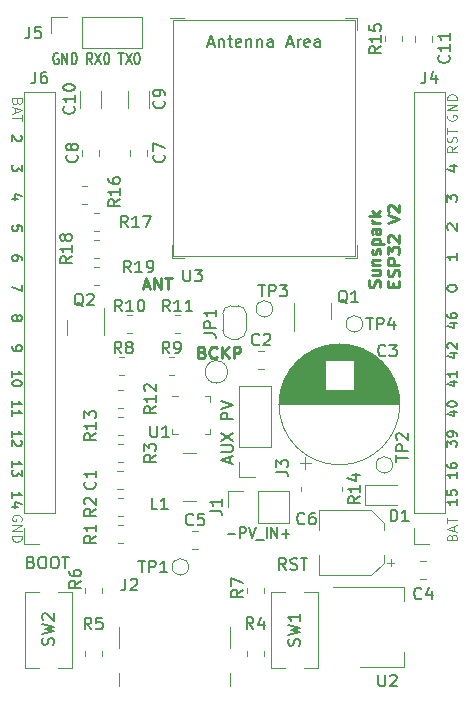
<source format=gbr>
%TF.GenerationSoftware,KiCad,Pcbnew,7.0.1*%
%TF.CreationDate,2023-05-28T11:45:34+02:00*%
%TF.ProjectId,SunSparkESP32,53756e53-7061-4726-9b45-535033322e6b,2.0*%
%TF.SameCoordinates,Original*%
%TF.FileFunction,Legend,Top*%
%TF.FilePolarity,Positive*%
%FSLAX46Y46*%
G04 Gerber Fmt 4.6, Leading zero omitted, Abs format (unit mm)*
G04 Created by KiCad (PCBNEW 7.0.1) date 2023-05-28 11:45:34*
%MOMM*%
%LPD*%
G01*
G04 APERTURE LIST*
%ADD10C,0.212500*%
%ADD11C,0.150000*%
%ADD12C,0.125000*%
%ADD13C,0.250000*%
%ADD14C,0.120000*%
G04 APERTURE END LIST*
D10*
X63436476Y-63345904D02*
X63912666Y-63345904D01*
X63341238Y-63631619D02*
X63674571Y-62631619D01*
X63674571Y-62631619D02*
X64007904Y-63631619D01*
X64341238Y-63631619D02*
X64341238Y-62631619D01*
X64341238Y-62631619D02*
X64912666Y-63631619D01*
X64912666Y-63631619D02*
X64912666Y-62631619D01*
X65246000Y-62631619D02*
X65817428Y-62631619D01*
X65531714Y-63631619D02*
X65531714Y-62631619D01*
D11*
X52294904Y-73545619D02*
X52294904Y-73059904D01*
X52294904Y-73302761D02*
X53094904Y-73302761D01*
X53094904Y-73302761D02*
X52980619Y-73221809D01*
X52980619Y-73221809D02*
X52904428Y-73140857D01*
X52904428Y-73140857D02*
X52866333Y-73059904D01*
X52294904Y-74355143D02*
X52294904Y-73869428D01*
X52294904Y-74112285D02*
X53094904Y-74112285D01*
X53094904Y-74112285D02*
X52980619Y-74031333D01*
X52980619Y-74031333D02*
X52904428Y-73950381D01*
X52904428Y-73950381D02*
X52866333Y-73869428D01*
X53094904Y-61145666D02*
X53094904Y-60983761D01*
X53094904Y-60983761D02*
X53056809Y-60902809D01*
X53056809Y-60902809D02*
X53018714Y-60862333D01*
X53018714Y-60862333D02*
X52904428Y-60781380D01*
X52904428Y-60781380D02*
X52752047Y-60740904D01*
X52752047Y-60740904D02*
X52447285Y-60740904D01*
X52447285Y-60740904D02*
X52371095Y-60781380D01*
X52371095Y-60781380D02*
X52333000Y-60821857D01*
X52333000Y-60821857D02*
X52294904Y-60902809D01*
X52294904Y-60902809D02*
X52294904Y-61064714D01*
X52294904Y-61064714D02*
X52333000Y-61145666D01*
X52333000Y-61145666D02*
X52371095Y-61186142D01*
X52371095Y-61186142D02*
X52447285Y-61226619D01*
X52447285Y-61226619D02*
X52637761Y-61226619D01*
X52637761Y-61226619D02*
X52713952Y-61186142D01*
X52713952Y-61186142D02*
X52752047Y-61145666D01*
X52752047Y-61145666D02*
X52790142Y-61064714D01*
X52790142Y-61064714D02*
X52790142Y-60902809D01*
X52790142Y-60902809D02*
X52752047Y-60821857D01*
X52752047Y-60821857D02*
X52713952Y-60781380D01*
X52713952Y-60781380D02*
X52637761Y-60740904D01*
X53018714Y-50580904D02*
X53056809Y-50621380D01*
X53056809Y-50621380D02*
X53094904Y-50702333D01*
X53094904Y-50702333D02*
X53094904Y-50904714D01*
X53094904Y-50904714D02*
X53056809Y-50985666D01*
X53056809Y-50985666D02*
X53018714Y-51026142D01*
X53018714Y-51026142D02*
X52942523Y-51066619D01*
X52942523Y-51066619D02*
X52866333Y-51066619D01*
X52866333Y-51066619D02*
X52752047Y-51026142D01*
X52752047Y-51026142D02*
X52294904Y-50540428D01*
X52294904Y-50540428D02*
X52294904Y-51066619D01*
X89945095Y-81394380D02*
X89945095Y-81880095D01*
X89945095Y-81637238D02*
X89145095Y-81637238D01*
X89145095Y-81637238D02*
X89259380Y-81718190D01*
X89259380Y-81718190D02*
X89335571Y-81799142D01*
X89335571Y-81799142D02*
X89373666Y-81880095D01*
X89145095Y-80625333D02*
X89145095Y-81030095D01*
X89145095Y-81030095D02*
X89526047Y-81070571D01*
X89526047Y-81070571D02*
X89487952Y-81030095D01*
X89487952Y-81030095D02*
X89449857Y-80949142D01*
X89449857Y-80949142D02*
X89449857Y-80746761D01*
X89449857Y-80746761D02*
X89487952Y-80665809D01*
X89487952Y-80665809D02*
X89526047Y-80625333D01*
X89526047Y-80625333D02*
X89602238Y-80584856D01*
X89602238Y-80584856D02*
X89792714Y-80584856D01*
X89792714Y-80584856D02*
X89868904Y-80625333D01*
X89868904Y-80625333D02*
X89907000Y-80665809D01*
X89907000Y-80665809D02*
X89945095Y-80746761D01*
X89945095Y-80746761D02*
X89945095Y-80949142D01*
X89945095Y-80949142D02*
X89907000Y-81030095D01*
X89907000Y-81030095D02*
X89868904Y-81070571D01*
X70560380Y-84332666D02*
X71208000Y-84332666D01*
X71612761Y-84713619D02*
X71612761Y-83713619D01*
X71612761Y-83713619D02*
X71936571Y-83713619D01*
X71936571Y-83713619D02*
X72017523Y-83761238D01*
X72017523Y-83761238D02*
X72058000Y-83808857D01*
X72058000Y-83808857D02*
X72098476Y-83904095D01*
X72098476Y-83904095D02*
X72098476Y-84046952D01*
X72098476Y-84046952D02*
X72058000Y-84142190D01*
X72058000Y-84142190D02*
X72017523Y-84189809D01*
X72017523Y-84189809D02*
X71936571Y-84237428D01*
X71936571Y-84237428D02*
X71612761Y-84237428D01*
X72341333Y-83713619D02*
X72624666Y-84713619D01*
X72624666Y-84713619D02*
X72908000Y-83713619D01*
X72988952Y-84808857D02*
X73636571Y-84808857D01*
X73838951Y-84713619D02*
X73838951Y-83713619D01*
X74243713Y-84713619D02*
X74243713Y-83713619D01*
X74243713Y-83713619D02*
X74729428Y-84713619D01*
X74729428Y-84713619D02*
X74729428Y-83713619D01*
X75134189Y-84332666D02*
X75781809Y-84332666D01*
X75457999Y-84713619D02*
X75457999Y-83951714D01*
X89945095Y-79108380D02*
X89945095Y-79594095D01*
X89945095Y-79351238D02*
X89145095Y-79351238D01*
X89145095Y-79351238D02*
X89259380Y-79432190D01*
X89259380Y-79432190D02*
X89335571Y-79513142D01*
X89335571Y-79513142D02*
X89373666Y-79594095D01*
X89145095Y-78379809D02*
X89145095Y-78541714D01*
X89145095Y-78541714D02*
X89183190Y-78622666D01*
X89183190Y-78622666D02*
X89221285Y-78663142D01*
X89221285Y-78663142D02*
X89335571Y-78744095D01*
X89335571Y-78744095D02*
X89487952Y-78784571D01*
X89487952Y-78784571D02*
X89792714Y-78784571D01*
X89792714Y-78784571D02*
X89868904Y-78744095D01*
X89868904Y-78744095D02*
X89907000Y-78703618D01*
X89907000Y-78703618D02*
X89945095Y-78622666D01*
X89945095Y-78622666D02*
X89945095Y-78460761D01*
X89945095Y-78460761D02*
X89907000Y-78379809D01*
X89907000Y-78379809D02*
X89868904Y-78339333D01*
X89868904Y-78339333D02*
X89792714Y-78298856D01*
X89792714Y-78298856D02*
X89602238Y-78298856D01*
X89602238Y-78298856D02*
X89526047Y-78339333D01*
X89526047Y-78339333D02*
X89487952Y-78379809D01*
X89487952Y-78379809D02*
X89449857Y-78460761D01*
X89449857Y-78460761D02*
X89449857Y-78622666D01*
X89449857Y-78622666D02*
X89487952Y-78703618D01*
X89487952Y-78703618D02*
X89526047Y-78744095D01*
X89526047Y-78744095D02*
X89602238Y-78784571D01*
X89411761Y-69029333D02*
X89945095Y-69029333D01*
X89107000Y-69231714D02*
X89678428Y-69434095D01*
X89678428Y-69434095D02*
X89678428Y-68907904D01*
X89221285Y-68624571D02*
X89183190Y-68584095D01*
X89183190Y-68584095D02*
X89145095Y-68503142D01*
X89145095Y-68503142D02*
X89145095Y-68300761D01*
X89145095Y-68300761D02*
X89183190Y-68219809D01*
X89183190Y-68219809D02*
X89221285Y-68179333D01*
X89221285Y-68179333D02*
X89297476Y-68138856D01*
X89297476Y-68138856D02*
X89373666Y-68138856D01*
X89373666Y-68138856D02*
X89487952Y-68179333D01*
X89487952Y-68179333D02*
X89945095Y-68665047D01*
X89945095Y-68665047D02*
X89945095Y-68138856D01*
X70711904Y-78295523D02*
X70711904Y-77819333D01*
X70997619Y-78390761D02*
X69997619Y-78057428D01*
X69997619Y-78057428D02*
X70997619Y-77724095D01*
X69997619Y-77390761D02*
X70807142Y-77390761D01*
X70807142Y-77390761D02*
X70902380Y-77343142D01*
X70902380Y-77343142D02*
X70950000Y-77295523D01*
X70950000Y-77295523D02*
X70997619Y-77200285D01*
X70997619Y-77200285D02*
X70997619Y-77009809D01*
X70997619Y-77009809D02*
X70950000Y-76914571D01*
X70950000Y-76914571D02*
X70902380Y-76866952D01*
X70902380Y-76866952D02*
X70807142Y-76819333D01*
X70807142Y-76819333D02*
X69997619Y-76819333D01*
X69997619Y-76438380D02*
X70997619Y-75771714D01*
X69997619Y-75771714D02*
X70997619Y-76438380D01*
X70997619Y-74628856D02*
X69997619Y-74628856D01*
X69997619Y-74628856D02*
X69997619Y-74247904D01*
X69997619Y-74247904D02*
X70045238Y-74152666D01*
X70045238Y-74152666D02*
X70092857Y-74105047D01*
X70092857Y-74105047D02*
X70188095Y-74057428D01*
X70188095Y-74057428D02*
X70330952Y-74057428D01*
X70330952Y-74057428D02*
X70426190Y-74105047D01*
X70426190Y-74105047D02*
X70473809Y-74152666D01*
X70473809Y-74152666D02*
X70521428Y-74247904D01*
X70521428Y-74247904D02*
X70521428Y-74628856D01*
X69997619Y-73771713D02*
X70997619Y-73438380D01*
X70997619Y-73438380D02*
X69997619Y-73105047D01*
X52294904Y-71005619D02*
X52294904Y-70519904D01*
X52294904Y-70762761D02*
X53094904Y-70762761D01*
X53094904Y-70762761D02*
X52980619Y-70681809D01*
X52980619Y-70681809D02*
X52904428Y-70600857D01*
X52904428Y-70600857D02*
X52866333Y-70519904D01*
X53094904Y-71531809D02*
X53094904Y-71612762D01*
X53094904Y-71612762D02*
X53056809Y-71693714D01*
X53056809Y-71693714D02*
X53018714Y-71734190D01*
X53018714Y-71734190D02*
X52942523Y-71774666D01*
X52942523Y-71774666D02*
X52790142Y-71815143D01*
X52790142Y-71815143D02*
X52599666Y-71815143D01*
X52599666Y-71815143D02*
X52447285Y-71774666D01*
X52447285Y-71774666D02*
X52371095Y-71734190D01*
X52371095Y-71734190D02*
X52333000Y-71693714D01*
X52333000Y-71693714D02*
X52294904Y-71612762D01*
X52294904Y-71612762D02*
X52294904Y-71531809D01*
X52294904Y-71531809D02*
X52333000Y-71450857D01*
X52333000Y-71450857D02*
X52371095Y-71410381D01*
X52371095Y-71410381D02*
X52447285Y-71369904D01*
X52447285Y-71369904D02*
X52599666Y-71329428D01*
X52599666Y-71329428D02*
X52790142Y-71329428D01*
X52790142Y-71329428D02*
X52942523Y-71369904D01*
X52942523Y-71369904D02*
X53018714Y-71410381D01*
X53018714Y-71410381D02*
X53056809Y-71450857D01*
X53056809Y-71450857D02*
X53094904Y-71531809D01*
D12*
X89183190Y-48882380D02*
X89145095Y-48963333D01*
X89145095Y-48963333D02*
X89145095Y-49084761D01*
X89145095Y-49084761D02*
X89183190Y-49206190D01*
X89183190Y-49206190D02*
X89259380Y-49287142D01*
X89259380Y-49287142D02*
X89335571Y-49327619D01*
X89335571Y-49327619D02*
X89487952Y-49368095D01*
X89487952Y-49368095D02*
X89602238Y-49368095D01*
X89602238Y-49368095D02*
X89754619Y-49327619D01*
X89754619Y-49327619D02*
X89830809Y-49287142D01*
X89830809Y-49287142D02*
X89907000Y-49206190D01*
X89907000Y-49206190D02*
X89945095Y-49084761D01*
X89945095Y-49084761D02*
X89945095Y-49003809D01*
X89945095Y-49003809D02*
X89907000Y-48882380D01*
X89907000Y-48882380D02*
X89868904Y-48841904D01*
X89868904Y-48841904D02*
X89602238Y-48841904D01*
X89602238Y-48841904D02*
X89602238Y-49003809D01*
X89945095Y-48477619D02*
X89145095Y-48477619D01*
X89145095Y-48477619D02*
X89945095Y-47991904D01*
X89945095Y-47991904D02*
X89145095Y-47991904D01*
X89945095Y-47587143D02*
X89145095Y-47587143D01*
X89145095Y-47587143D02*
X89145095Y-47384762D01*
X89145095Y-47384762D02*
X89183190Y-47263333D01*
X89183190Y-47263333D02*
X89259380Y-47182381D01*
X89259380Y-47182381D02*
X89335571Y-47141904D01*
X89335571Y-47141904D02*
X89487952Y-47101428D01*
X89487952Y-47101428D02*
X89602238Y-47101428D01*
X89602238Y-47101428D02*
X89754619Y-47141904D01*
X89754619Y-47141904D02*
X89830809Y-47182381D01*
X89830809Y-47182381D02*
X89907000Y-47263333D01*
X89907000Y-47263333D02*
X89945095Y-47384762D01*
X89945095Y-47384762D02*
X89945095Y-47587143D01*
X89526047Y-84604285D02*
X89564142Y-84482857D01*
X89564142Y-84482857D02*
X89602238Y-84442380D01*
X89602238Y-84442380D02*
X89678428Y-84401904D01*
X89678428Y-84401904D02*
X89792714Y-84401904D01*
X89792714Y-84401904D02*
X89868904Y-84442380D01*
X89868904Y-84442380D02*
X89907000Y-84482857D01*
X89907000Y-84482857D02*
X89945095Y-84563809D01*
X89945095Y-84563809D02*
X89945095Y-84887619D01*
X89945095Y-84887619D02*
X89145095Y-84887619D01*
X89145095Y-84887619D02*
X89145095Y-84604285D01*
X89145095Y-84604285D02*
X89183190Y-84523333D01*
X89183190Y-84523333D02*
X89221285Y-84482857D01*
X89221285Y-84482857D02*
X89297476Y-84442380D01*
X89297476Y-84442380D02*
X89373666Y-84442380D01*
X89373666Y-84442380D02*
X89449857Y-84482857D01*
X89449857Y-84482857D02*
X89487952Y-84523333D01*
X89487952Y-84523333D02*
X89526047Y-84604285D01*
X89526047Y-84604285D02*
X89526047Y-84887619D01*
X89716523Y-84078095D02*
X89716523Y-83673333D01*
X89945095Y-84159047D02*
X89145095Y-83875714D01*
X89145095Y-83875714D02*
X89945095Y-83592380D01*
X89145095Y-83430476D02*
X89145095Y-82944762D01*
X89945095Y-83187619D02*
X89145095Y-83187619D01*
D11*
X89411761Y-73982333D02*
X89945095Y-73982333D01*
X89107000Y-74184714D02*
X89678428Y-74387095D01*
X89678428Y-74387095D02*
X89678428Y-73860904D01*
X89145095Y-73375190D02*
X89145095Y-73294237D01*
X89145095Y-73294237D02*
X89183190Y-73213285D01*
X89183190Y-73213285D02*
X89221285Y-73172809D01*
X89221285Y-73172809D02*
X89297476Y-73132333D01*
X89297476Y-73132333D02*
X89449857Y-73091856D01*
X89449857Y-73091856D02*
X89640333Y-73091856D01*
X89640333Y-73091856D02*
X89792714Y-73132333D01*
X89792714Y-73132333D02*
X89868904Y-73172809D01*
X89868904Y-73172809D02*
X89907000Y-73213285D01*
X89907000Y-73213285D02*
X89945095Y-73294237D01*
X89945095Y-73294237D02*
X89945095Y-73375190D01*
X89945095Y-73375190D02*
X89907000Y-73456142D01*
X89907000Y-73456142D02*
X89868904Y-73496618D01*
X89868904Y-73496618D02*
X89792714Y-73537095D01*
X89792714Y-73537095D02*
X89640333Y-73577571D01*
X89640333Y-73577571D02*
X89449857Y-73577571D01*
X89449857Y-73577571D02*
X89297476Y-73537095D01*
X89297476Y-73537095D02*
X89221285Y-73496618D01*
X89221285Y-73496618D02*
X89183190Y-73456142D01*
X89183190Y-73456142D02*
X89145095Y-73375190D01*
X89411761Y-66489333D02*
X89945095Y-66489333D01*
X89107000Y-66691714D02*
X89678428Y-66894095D01*
X89678428Y-66894095D02*
X89678428Y-66367904D01*
X89145095Y-65679809D02*
X89145095Y-65841714D01*
X89145095Y-65841714D02*
X89183190Y-65922666D01*
X89183190Y-65922666D02*
X89221285Y-65963142D01*
X89221285Y-65963142D02*
X89335571Y-66044095D01*
X89335571Y-66044095D02*
X89487952Y-66084571D01*
X89487952Y-66084571D02*
X89792714Y-66084571D01*
X89792714Y-66084571D02*
X89868904Y-66044095D01*
X89868904Y-66044095D02*
X89907000Y-66003618D01*
X89907000Y-66003618D02*
X89945095Y-65922666D01*
X89945095Y-65922666D02*
X89945095Y-65760761D01*
X89945095Y-65760761D02*
X89907000Y-65679809D01*
X89907000Y-65679809D02*
X89868904Y-65639333D01*
X89868904Y-65639333D02*
X89792714Y-65598856D01*
X89792714Y-65598856D02*
X89602238Y-65598856D01*
X89602238Y-65598856D02*
X89526047Y-65639333D01*
X89526047Y-65639333D02*
X89487952Y-65679809D01*
X89487952Y-65679809D02*
X89449857Y-65760761D01*
X89449857Y-65760761D02*
X89449857Y-65922666D01*
X89449857Y-65922666D02*
X89487952Y-66003618D01*
X89487952Y-66003618D02*
X89526047Y-66044095D01*
X89526047Y-66044095D02*
X89602238Y-66084571D01*
X52294904Y-78625619D02*
X52294904Y-78139904D01*
X52294904Y-78382761D02*
X53094904Y-78382761D01*
X53094904Y-78382761D02*
X52980619Y-78301809D01*
X52980619Y-78301809D02*
X52904428Y-78220857D01*
X52904428Y-78220857D02*
X52866333Y-78139904D01*
X53094904Y-78908952D02*
X53094904Y-79435143D01*
X53094904Y-79435143D02*
X52790142Y-79151809D01*
X52790142Y-79151809D02*
X52790142Y-79273238D01*
X52790142Y-79273238D02*
X52752047Y-79354190D01*
X52752047Y-79354190D02*
X52713952Y-79394666D01*
X52713952Y-79394666D02*
X52637761Y-79435143D01*
X52637761Y-79435143D02*
X52447285Y-79435143D01*
X52447285Y-79435143D02*
X52371095Y-79394666D01*
X52371095Y-79394666D02*
X52333000Y-79354190D01*
X52333000Y-79354190D02*
X52294904Y-79273238D01*
X52294904Y-79273238D02*
X52294904Y-79030381D01*
X52294904Y-79030381D02*
X52333000Y-78949428D01*
X52333000Y-78949428D02*
X52371095Y-78908952D01*
X52828238Y-55938666D02*
X52294904Y-55938666D01*
X53133000Y-55736285D02*
X52561571Y-55533904D01*
X52561571Y-55533904D02*
X52561571Y-56060095D01*
X89145095Y-63579428D02*
X89145095Y-63484190D01*
X89145095Y-63484190D02*
X89183190Y-63388952D01*
X89183190Y-63388952D02*
X89221285Y-63341333D01*
X89221285Y-63341333D02*
X89297476Y-63293714D01*
X89297476Y-63293714D02*
X89449857Y-63246095D01*
X89449857Y-63246095D02*
X89640333Y-63246095D01*
X89640333Y-63246095D02*
X89792714Y-63293714D01*
X89792714Y-63293714D02*
X89868904Y-63341333D01*
X89868904Y-63341333D02*
X89907000Y-63388952D01*
X89907000Y-63388952D02*
X89945095Y-63484190D01*
X89945095Y-63484190D02*
X89945095Y-63579428D01*
X89945095Y-63579428D02*
X89907000Y-63674666D01*
X89907000Y-63674666D02*
X89868904Y-63722285D01*
X89868904Y-63722285D02*
X89792714Y-63769904D01*
X89792714Y-63769904D02*
X89640333Y-63817523D01*
X89640333Y-63817523D02*
X89449857Y-63817523D01*
X89449857Y-63817523D02*
X89297476Y-63769904D01*
X89297476Y-63769904D02*
X89221285Y-63722285D01*
X89221285Y-63722285D02*
X89183190Y-63674666D01*
X89183190Y-63674666D02*
X89145095Y-63579428D01*
X89411761Y-71442333D02*
X89945095Y-71442333D01*
X89107000Y-71644714D02*
X89678428Y-71847095D01*
X89678428Y-71847095D02*
X89678428Y-71320904D01*
X89945095Y-70551856D02*
X89945095Y-71037571D01*
X89945095Y-70794714D02*
X89145095Y-70794714D01*
X89145095Y-70794714D02*
X89259380Y-70875666D01*
X89259380Y-70875666D02*
X89335571Y-70956618D01*
X89335571Y-70956618D02*
X89373666Y-71037571D01*
X75485523Y-87380619D02*
X75152190Y-86904428D01*
X74914095Y-87380619D02*
X74914095Y-86380619D01*
X74914095Y-86380619D02*
X75295047Y-86380619D01*
X75295047Y-86380619D02*
X75390285Y-86428238D01*
X75390285Y-86428238D02*
X75437904Y-86475857D01*
X75437904Y-86475857D02*
X75485523Y-86571095D01*
X75485523Y-86571095D02*
X75485523Y-86713952D01*
X75485523Y-86713952D02*
X75437904Y-86809190D01*
X75437904Y-86809190D02*
X75390285Y-86856809D01*
X75390285Y-86856809D02*
X75295047Y-86904428D01*
X75295047Y-86904428D02*
X74914095Y-86904428D01*
X75866476Y-87333000D02*
X76009333Y-87380619D01*
X76009333Y-87380619D02*
X76247428Y-87380619D01*
X76247428Y-87380619D02*
X76342666Y-87333000D01*
X76342666Y-87333000D02*
X76390285Y-87285380D01*
X76390285Y-87285380D02*
X76437904Y-87190142D01*
X76437904Y-87190142D02*
X76437904Y-87094904D01*
X76437904Y-87094904D02*
X76390285Y-86999666D01*
X76390285Y-86999666D02*
X76342666Y-86952047D01*
X76342666Y-86952047D02*
X76247428Y-86904428D01*
X76247428Y-86904428D02*
X76056952Y-86856809D01*
X76056952Y-86856809D02*
X75961714Y-86809190D01*
X75961714Y-86809190D02*
X75914095Y-86761571D01*
X75914095Y-86761571D02*
X75866476Y-86666333D01*
X75866476Y-86666333D02*
X75866476Y-86571095D01*
X75866476Y-86571095D02*
X75914095Y-86475857D01*
X75914095Y-86475857D02*
X75961714Y-86428238D01*
X75961714Y-86428238D02*
X76056952Y-86380619D01*
X76056952Y-86380619D02*
X76295047Y-86380619D01*
X76295047Y-86380619D02*
X76437904Y-86428238D01*
X76723619Y-86380619D02*
X77295047Y-86380619D01*
X77009333Y-87380619D02*
X77009333Y-86380619D01*
X52294904Y-76085619D02*
X52294904Y-75599904D01*
X52294904Y-75842761D02*
X53094904Y-75842761D01*
X53094904Y-75842761D02*
X52980619Y-75761809D01*
X52980619Y-75761809D02*
X52904428Y-75680857D01*
X52904428Y-75680857D02*
X52866333Y-75599904D01*
X53018714Y-76409428D02*
X53056809Y-76449904D01*
X53056809Y-76449904D02*
X53094904Y-76530857D01*
X53094904Y-76530857D02*
X53094904Y-76733238D01*
X53094904Y-76733238D02*
X53056809Y-76814190D01*
X53056809Y-76814190D02*
X53018714Y-76854666D01*
X53018714Y-76854666D02*
X52942523Y-76895143D01*
X52942523Y-76895143D02*
X52866333Y-76895143D01*
X52866333Y-76895143D02*
X52752047Y-76854666D01*
X52752047Y-76854666D02*
X52294904Y-76368952D01*
X52294904Y-76368952D02*
X52294904Y-76895143D01*
X89145095Y-76967571D02*
X89145095Y-76441380D01*
X89145095Y-76441380D02*
X89449857Y-76724714D01*
X89449857Y-76724714D02*
X89449857Y-76603285D01*
X89449857Y-76603285D02*
X89487952Y-76522333D01*
X89487952Y-76522333D02*
X89526047Y-76481857D01*
X89526047Y-76481857D02*
X89602238Y-76441380D01*
X89602238Y-76441380D02*
X89792714Y-76441380D01*
X89792714Y-76441380D02*
X89868904Y-76481857D01*
X89868904Y-76481857D02*
X89907000Y-76522333D01*
X89907000Y-76522333D02*
X89945095Y-76603285D01*
X89945095Y-76603285D02*
X89945095Y-76846142D01*
X89945095Y-76846142D02*
X89907000Y-76927095D01*
X89907000Y-76927095D02*
X89868904Y-76967571D01*
X89945095Y-76036618D02*
X89945095Y-75874714D01*
X89945095Y-75874714D02*
X89907000Y-75793761D01*
X89907000Y-75793761D02*
X89868904Y-75753285D01*
X89868904Y-75753285D02*
X89754619Y-75672333D01*
X89754619Y-75672333D02*
X89602238Y-75631856D01*
X89602238Y-75631856D02*
X89297476Y-75631856D01*
X89297476Y-75631856D02*
X89221285Y-75672333D01*
X89221285Y-75672333D02*
X89183190Y-75712809D01*
X89183190Y-75712809D02*
X89145095Y-75793761D01*
X89145095Y-75793761D02*
X89145095Y-75955666D01*
X89145095Y-75955666D02*
X89183190Y-76036618D01*
X89183190Y-76036618D02*
X89221285Y-76077095D01*
X89221285Y-76077095D02*
X89297476Y-76117571D01*
X89297476Y-76117571D02*
X89487952Y-76117571D01*
X89487952Y-76117571D02*
X89564142Y-76077095D01*
X89564142Y-76077095D02*
X89602238Y-76036618D01*
X89602238Y-76036618D02*
X89640333Y-75955666D01*
X89640333Y-75955666D02*
X89640333Y-75793761D01*
X89640333Y-75793761D02*
X89602238Y-75712809D01*
X89602238Y-75712809D02*
X89564142Y-75672333D01*
X89564142Y-75672333D02*
X89487952Y-75631856D01*
X56197428Y-43629238D02*
X56126000Y-43581619D01*
X56126000Y-43581619D02*
X56018857Y-43581619D01*
X56018857Y-43581619D02*
X55911714Y-43629238D01*
X55911714Y-43629238D02*
X55840285Y-43724476D01*
X55840285Y-43724476D02*
X55804571Y-43819714D01*
X55804571Y-43819714D02*
X55768857Y-44010190D01*
X55768857Y-44010190D02*
X55768857Y-44153047D01*
X55768857Y-44153047D02*
X55804571Y-44343523D01*
X55804571Y-44343523D02*
X55840285Y-44438761D01*
X55840285Y-44438761D02*
X55911714Y-44534000D01*
X55911714Y-44534000D02*
X56018857Y-44581619D01*
X56018857Y-44581619D02*
X56090285Y-44581619D01*
X56090285Y-44581619D02*
X56197428Y-44534000D01*
X56197428Y-44534000D02*
X56233142Y-44486380D01*
X56233142Y-44486380D02*
X56233142Y-44153047D01*
X56233142Y-44153047D02*
X56090285Y-44153047D01*
X56554571Y-44581619D02*
X56554571Y-43581619D01*
X56554571Y-43581619D02*
X56983142Y-44581619D01*
X56983142Y-44581619D02*
X56983142Y-43581619D01*
X57340285Y-44581619D02*
X57340285Y-43581619D01*
X57340285Y-43581619D02*
X57518856Y-43581619D01*
X57518856Y-43581619D02*
X57625999Y-43629238D01*
X57625999Y-43629238D02*
X57697428Y-43724476D01*
X57697428Y-43724476D02*
X57733142Y-43819714D01*
X57733142Y-43819714D02*
X57768856Y-44010190D01*
X57768856Y-44010190D02*
X57768856Y-44153047D01*
X57768856Y-44153047D02*
X57733142Y-44343523D01*
X57733142Y-44343523D02*
X57697428Y-44438761D01*
X57697428Y-44438761D02*
X57625999Y-44534000D01*
X57625999Y-44534000D02*
X57518856Y-44581619D01*
X57518856Y-44581619D02*
X57340285Y-44581619D01*
X59090285Y-44581619D02*
X58840285Y-44105428D01*
X58661714Y-44581619D02*
X58661714Y-43581619D01*
X58661714Y-43581619D02*
X58947428Y-43581619D01*
X58947428Y-43581619D02*
X59018857Y-43629238D01*
X59018857Y-43629238D02*
X59054571Y-43676857D01*
X59054571Y-43676857D02*
X59090285Y-43772095D01*
X59090285Y-43772095D02*
X59090285Y-43914952D01*
X59090285Y-43914952D02*
X59054571Y-44010190D01*
X59054571Y-44010190D02*
X59018857Y-44057809D01*
X59018857Y-44057809D02*
X58947428Y-44105428D01*
X58947428Y-44105428D02*
X58661714Y-44105428D01*
X59340285Y-43581619D02*
X59840285Y-44581619D01*
X59840285Y-43581619D02*
X59340285Y-44581619D01*
X60268857Y-43581619D02*
X60340286Y-43581619D01*
X60340286Y-43581619D02*
X60411714Y-43629238D01*
X60411714Y-43629238D02*
X60447429Y-43676857D01*
X60447429Y-43676857D02*
X60483143Y-43772095D01*
X60483143Y-43772095D02*
X60518857Y-43962571D01*
X60518857Y-43962571D02*
X60518857Y-44200666D01*
X60518857Y-44200666D02*
X60483143Y-44391142D01*
X60483143Y-44391142D02*
X60447429Y-44486380D01*
X60447429Y-44486380D02*
X60411714Y-44534000D01*
X60411714Y-44534000D02*
X60340286Y-44581619D01*
X60340286Y-44581619D02*
X60268857Y-44581619D01*
X60268857Y-44581619D02*
X60197429Y-44534000D01*
X60197429Y-44534000D02*
X60161714Y-44486380D01*
X60161714Y-44486380D02*
X60126000Y-44391142D01*
X60126000Y-44391142D02*
X60090286Y-44200666D01*
X60090286Y-44200666D02*
X60090286Y-43962571D01*
X60090286Y-43962571D02*
X60126000Y-43772095D01*
X60126000Y-43772095D02*
X60161714Y-43676857D01*
X60161714Y-43676857D02*
X60197429Y-43629238D01*
X60197429Y-43629238D02*
X60268857Y-43581619D01*
X61304572Y-43581619D02*
X61733144Y-43581619D01*
X61518858Y-44581619D02*
X61518858Y-43581619D01*
X61911715Y-43581619D02*
X62411715Y-44581619D01*
X62411715Y-43581619D02*
X61911715Y-44581619D01*
X62840287Y-43581619D02*
X62911716Y-43581619D01*
X62911716Y-43581619D02*
X62983144Y-43629238D01*
X62983144Y-43629238D02*
X63018859Y-43676857D01*
X63018859Y-43676857D02*
X63054573Y-43772095D01*
X63054573Y-43772095D02*
X63090287Y-43962571D01*
X63090287Y-43962571D02*
X63090287Y-44200666D01*
X63090287Y-44200666D02*
X63054573Y-44391142D01*
X63054573Y-44391142D02*
X63018859Y-44486380D01*
X63018859Y-44486380D02*
X62983144Y-44534000D01*
X62983144Y-44534000D02*
X62911716Y-44581619D01*
X62911716Y-44581619D02*
X62840287Y-44581619D01*
X62840287Y-44581619D02*
X62768859Y-44534000D01*
X62768859Y-44534000D02*
X62733144Y-44486380D01*
X62733144Y-44486380D02*
X62697430Y-44391142D01*
X62697430Y-44391142D02*
X62661716Y-44200666D01*
X62661716Y-44200666D02*
X62661716Y-43962571D01*
X62661716Y-43962571D02*
X62697430Y-43772095D01*
X62697430Y-43772095D02*
X62733144Y-43676857D01*
X62733144Y-43676857D02*
X62768859Y-43629238D01*
X62768859Y-43629238D02*
X62840287Y-43581619D01*
X52294904Y-81292619D02*
X52294904Y-80806904D01*
X52294904Y-81049761D02*
X53094904Y-81049761D01*
X53094904Y-81049761D02*
X52980619Y-80968809D01*
X52980619Y-80968809D02*
X52904428Y-80887857D01*
X52904428Y-80887857D02*
X52866333Y-80806904D01*
X52828238Y-82021190D02*
X52294904Y-82021190D01*
X53133000Y-81818809D02*
X52561571Y-81616428D01*
X52561571Y-81616428D02*
X52561571Y-82142619D01*
X89145095Y-56245142D02*
X89145095Y-55626095D01*
X89145095Y-55626095D02*
X89449857Y-55959428D01*
X89449857Y-55959428D02*
X89449857Y-55816571D01*
X89449857Y-55816571D02*
X89487952Y-55721333D01*
X89487952Y-55721333D02*
X89526047Y-55673714D01*
X89526047Y-55673714D02*
X89602238Y-55626095D01*
X89602238Y-55626095D02*
X89792714Y-55626095D01*
X89792714Y-55626095D02*
X89868904Y-55673714D01*
X89868904Y-55673714D02*
X89907000Y-55721333D01*
X89907000Y-55721333D02*
X89945095Y-55816571D01*
X89945095Y-55816571D02*
X89945095Y-56102285D01*
X89945095Y-56102285D02*
X89907000Y-56197523D01*
X89907000Y-56197523D02*
X89868904Y-56245142D01*
X53911428Y-86729809D02*
X54054285Y-86777428D01*
X54054285Y-86777428D02*
X54101904Y-86825047D01*
X54101904Y-86825047D02*
X54149523Y-86920285D01*
X54149523Y-86920285D02*
X54149523Y-87063142D01*
X54149523Y-87063142D02*
X54101904Y-87158380D01*
X54101904Y-87158380D02*
X54054285Y-87206000D01*
X54054285Y-87206000D02*
X53959047Y-87253619D01*
X53959047Y-87253619D02*
X53578095Y-87253619D01*
X53578095Y-87253619D02*
X53578095Y-86253619D01*
X53578095Y-86253619D02*
X53911428Y-86253619D01*
X53911428Y-86253619D02*
X54006666Y-86301238D01*
X54006666Y-86301238D02*
X54054285Y-86348857D01*
X54054285Y-86348857D02*
X54101904Y-86444095D01*
X54101904Y-86444095D02*
X54101904Y-86539333D01*
X54101904Y-86539333D02*
X54054285Y-86634571D01*
X54054285Y-86634571D02*
X54006666Y-86682190D01*
X54006666Y-86682190D02*
X53911428Y-86729809D01*
X53911428Y-86729809D02*
X53578095Y-86729809D01*
X54768571Y-86253619D02*
X54959047Y-86253619D01*
X54959047Y-86253619D02*
X55054285Y-86301238D01*
X55054285Y-86301238D02*
X55149523Y-86396476D01*
X55149523Y-86396476D02*
X55197142Y-86586952D01*
X55197142Y-86586952D02*
X55197142Y-86920285D01*
X55197142Y-86920285D02*
X55149523Y-87110761D01*
X55149523Y-87110761D02*
X55054285Y-87206000D01*
X55054285Y-87206000D02*
X54959047Y-87253619D01*
X54959047Y-87253619D02*
X54768571Y-87253619D01*
X54768571Y-87253619D02*
X54673333Y-87206000D01*
X54673333Y-87206000D02*
X54578095Y-87110761D01*
X54578095Y-87110761D02*
X54530476Y-86920285D01*
X54530476Y-86920285D02*
X54530476Y-86586952D01*
X54530476Y-86586952D02*
X54578095Y-86396476D01*
X54578095Y-86396476D02*
X54673333Y-86301238D01*
X54673333Y-86301238D02*
X54768571Y-86253619D01*
X55816190Y-86253619D02*
X56006666Y-86253619D01*
X56006666Y-86253619D02*
X56101904Y-86301238D01*
X56101904Y-86301238D02*
X56197142Y-86396476D01*
X56197142Y-86396476D02*
X56244761Y-86586952D01*
X56244761Y-86586952D02*
X56244761Y-86920285D01*
X56244761Y-86920285D02*
X56197142Y-87110761D01*
X56197142Y-87110761D02*
X56101904Y-87206000D01*
X56101904Y-87206000D02*
X56006666Y-87253619D01*
X56006666Y-87253619D02*
X55816190Y-87253619D01*
X55816190Y-87253619D02*
X55720952Y-87206000D01*
X55720952Y-87206000D02*
X55625714Y-87110761D01*
X55625714Y-87110761D02*
X55578095Y-86920285D01*
X55578095Y-86920285D02*
X55578095Y-86586952D01*
X55578095Y-86586952D02*
X55625714Y-86396476D01*
X55625714Y-86396476D02*
X55720952Y-86301238D01*
X55720952Y-86301238D02*
X55816190Y-86253619D01*
X56530476Y-86253619D02*
X57101904Y-86253619D01*
X56816190Y-87253619D02*
X56816190Y-86253619D01*
X52752047Y-65982809D02*
X52790142Y-65901857D01*
X52790142Y-65901857D02*
X52828238Y-65861380D01*
X52828238Y-65861380D02*
X52904428Y-65820904D01*
X52904428Y-65820904D02*
X52942523Y-65820904D01*
X52942523Y-65820904D02*
X53018714Y-65861380D01*
X53018714Y-65861380D02*
X53056809Y-65901857D01*
X53056809Y-65901857D02*
X53094904Y-65982809D01*
X53094904Y-65982809D02*
X53094904Y-66144714D01*
X53094904Y-66144714D02*
X53056809Y-66225666D01*
X53056809Y-66225666D02*
X53018714Y-66266142D01*
X53018714Y-66266142D02*
X52942523Y-66306619D01*
X52942523Y-66306619D02*
X52904428Y-66306619D01*
X52904428Y-66306619D02*
X52828238Y-66266142D01*
X52828238Y-66266142D02*
X52790142Y-66225666D01*
X52790142Y-66225666D02*
X52752047Y-66144714D01*
X52752047Y-66144714D02*
X52752047Y-65982809D01*
X52752047Y-65982809D02*
X52713952Y-65901857D01*
X52713952Y-65901857D02*
X52675857Y-65861380D01*
X52675857Y-65861380D02*
X52599666Y-65820904D01*
X52599666Y-65820904D02*
X52447285Y-65820904D01*
X52447285Y-65820904D02*
X52371095Y-65861380D01*
X52371095Y-65861380D02*
X52333000Y-65901857D01*
X52333000Y-65901857D02*
X52294904Y-65982809D01*
X52294904Y-65982809D02*
X52294904Y-66144714D01*
X52294904Y-66144714D02*
X52333000Y-66225666D01*
X52333000Y-66225666D02*
X52371095Y-66266142D01*
X52371095Y-66266142D02*
X52447285Y-66306619D01*
X52447285Y-66306619D02*
X52599666Y-66306619D01*
X52599666Y-66306619D02*
X52675857Y-66266142D01*
X52675857Y-66266142D02*
X52713952Y-66225666D01*
X52713952Y-66225666D02*
X52752047Y-66144714D01*
D12*
X52713952Y-47729714D02*
X52675857Y-47851142D01*
X52675857Y-47851142D02*
X52637761Y-47891619D01*
X52637761Y-47891619D02*
X52561571Y-47932095D01*
X52561571Y-47932095D02*
X52447285Y-47932095D01*
X52447285Y-47932095D02*
X52371095Y-47891619D01*
X52371095Y-47891619D02*
X52333000Y-47851142D01*
X52333000Y-47851142D02*
X52294904Y-47770190D01*
X52294904Y-47770190D02*
X52294904Y-47446380D01*
X52294904Y-47446380D02*
X53094904Y-47446380D01*
X53094904Y-47446380D02*
X53094904Y-47729714D01*
X53094904Y-47729714D02*
X53056809Y-47810666D01*
X53056809Y-47810666D02*
X53018714Y-47851142D01*
X53018714Y-47851142D02*
X52942523Y-47891619D01*
X52942523Y-47891619D02*
X52866333Y-47891619D01*
X52866333Y-47891619D02*
X52790142Y-47851142D01*
X52790142Y-47851142D02*
X52752047Y-47810666D01*
X52752047Y-47810666D02*
X52713952Y-47729714D01*
X52713952Y-47729714D02*
X52713952Y-47446380D01*
X52523476Y-48255904D02*
X52523476Y-48660666D01*
X52294904Y-48174952D02*
X53094904Y-48458285D01*
X53094904Y-48458285D02*
X52294904Y-48741619D01*
X53094904Y-48903523D02*
X53094904Y-49389237D01*
X52294904Y-49146380D02*
X53094904Y-49146380D01*
X53056809Y-83197619D02*
X53094904Y-83116666D01*
X53094904Y-83116666D02*
X53094904Y-82995238D01*
X53094904Y-82995238D02*
X53056809Y-82873809D01*
X53056809Y-82873809D02*
X52980619Y-82792857D01*
X52980619Y-82792857D02*
X52904428Y-82752380D01*
X52904428Y-82752380D02*
X52752047Y-82711904D01*
X52752047Y-82711904D02*
X52637761Y-82711904D01*
X52637761Y-82711904D02*
X52485380Y-82752380D01*
X52485380Y-82752380D02*
X52409190Y-82792857D01*
X52409190Y-82792857D02*
X52333000Y-82873809D01*
X52333000Y-82873809D02*
X52294904Y-82995238D01*
X52294904Y-82995238D02*
X52294904Y-83076190D01*
X52294904Y-83076190D02*
X52333000Y-83197619D01*
X52333000Y-83197619D02*
X52371095Y-83238095D01*
X52371095Y-83238095D02*
X52637761Y-83238095D01*
X52637761Y-83238095D02*
X52637761Y-83076190D01*
X52294904Y-83602380D02*
X53094904Y-83602380D01*
X53094904Y-83602380D02*
X52294904Y-84088095D01*
X52294904Y-84088095D02*
X53094904Y-84088095D01*
X52294904Y-84492856D02*
X53094904Y-84492856D01*
X53094904Y-84492856D02*
X53094904Y-84695237D01*
X53094904Y-84695237D02*
X53056809Y-84816666D01*
X53056809Y-84816666D02*
X52980619Y-84897618D01*
X52980619Y-84897618D02*
X52904428Y-84938095D01*
X52904428Y-84938095D02*
X52752047Y-84978571D01*
X52752047Y-84978571D02*
X52637761Y-84978571D01*
X52637761Y-84978571D02*
X52485380Y-84938095D01*
X52485380Y-84938095D02*
X52409190Y-84897618D01*
X52409190Y-84897618D02*
X52333000Y-84816666D01*
X52333000Y-84816666D02*
X52294904Y-84695237D01*
X52294904Y-84695237D02*
X52294904Y-84492856D01*
D11*
X52294904Y-68441857D02*
X52294904Y-68603761D01*
X52294904Y-68603761D02*
X52333000Y-68684714D01*
X52333000Y-68684714D02*
X52371095Y-68725190D01*
X52371095Y-68725190D02*
X52485380Y-68806142D01*
X52485380Y-68806142D02*
X52637761Y-68846619D01*
X52637761Y-68846619D02*
X52942523Y-68846619D01*
X52942523Y-68846619D02*
X53018714Y-68806142D01*
X53018714Y-68806142D02*
X53056809Y-68765666D01*
X53056809Y-68765666D02*
X53094904Y-68684714D01*
X53094904Y-68684714D02*
X53094904Y-68522809D01*
X53094904Y-68522809D02*
X53056809Y-68441857D01*
X53056809Y-68441857D02*
X53018714Y-68401380D01*
X53018714Y-68401380D02*
X52942523Y-68360904D01*
X52942523Y-68360904D02*
X52752047Y-68360904D01*
X52752047Y-68360904D02*
X52675857Y-68401380D01*
X52675857Y-68401380D02*
X52637761Y-68441857D01*
X52637761Y-68441857D02*
X52599666Y-68522809D01*
X52599666Y-68522809D02*
X52599666Y-68684714D01*
X52599666Y-68684714D02*
X52637761Y-68765666D01*
X52637761Y-68765666D02*
X52675857Y-68806142D01*
X52675857Y-68806142D02*
X52752047Y-68846619D01*
D10*
X68389428Y-68949809D02*
X68532285Y-68997428D01*
X68532285Y-68997428D02*
X68579904Y-69045047D01*
X68579904Y-69045047D02*
X68627523Y-69140285D01*
X68627523Y-69140285D02*
X68627523Y-69283142D01*
X68627523Y-69283142D02*
X68579904Y-69378380D01*
X68579904Y-69378380D02*
X68532285Y-69426000D01*
X68532285Y-69426000D02*
X68437047Y-69473619D01*
X68437047Y-69473619D02*
X68056095Y-69473619D01*
X68056095Y-69473619D02*
X68056095Y-68473619D01*
X68056095Y-68473619D02*
X68389428Y-68473619D01*
X68389428Y-68473619D02*
X68484666Y-68521238D01*
X68484666Y-68521238D02*
X68532285Y-68568857D01*
X68532285Y-68568857D02*
X68579904Y-68664095D01*
X68579904Y-68664095D02*
X68579904Y-68759333D01*
X68579904Y-68759333D02*
X68532285Y-68854571D01*
X68532285Y-68854571D02*
X68484666Y-68902190D01*
X68484666Y-68902190D02*
X68389428Y-68949809D01*
X68389428Y-68949809D02*
X68056095Y-68949809D01*
X69627523Y-69378380D02*
X69579904Y-69426000D01*
X69579904Y-69426000D02*
X69437047Y-69473619D01*
X69437047Y-69473619D02*
X69341809Y-69473619D01*
X69341809Y-69473619D02*
X69198952Y-69426000D01*
X69198952Y-69426000D02*
X69103714Y-69330761D01*
X69103714Y-69330761D02*
X69056095Y-69235523D01*
X69056095Y-69235523D02*
X69008476Y-69045047D01*
X69008476Y-69045047D02*
X69008476Y-68902190D01*
X69008476Y-68902190D02*
X69056095Y-68711714D01*
X69056095Y-68711714D02*
X69103714Y-68616476D01*
X69103714Y-68616476D02*
X69198952Y-68521238D01*
X69198952Y-68521238D02*
X69341809Y-68473619D01*
X69341809Y-68473619D02*
X69437047Y-68473619D01*
X69437047Y-68473619D02*
X69579904Y-68521238D01*
X69579904Y-68521238D02*
X69627523Y-68568857D01*
X70056095Y-69473619D02*
X70056095Y-68473619D01*
X70627523Y-69473619D02*
X70198952Y-68902190D01*
X70627523Y-68473619D02*
X70056095Y-69045047D01*
X71056095Y-69473619D02*
X71056095Y-68473619D01*
X71056095Y-68473619D02*
X71437047Y-68473619D01*
X71437047Y-68473619D02*
X71532285Y-68521238D01*
X71532285Y-68521238D02*
X71579904Y-68568857D01*
X71579904Y-68568857D02*
X71627523Y-68664095D01*
X71627523Y-68664095D02*
X71627523Y-68806952D01*
X71627523Y-68806952D02*
X71579904Y-68902190D01*
X71579904Y-68902190D02*
X71532285Y-68949809D01*
X71532285Y-68949809D02*
X71437047Y-68997428D01*
X71437047Y-68997428D02*
X71056095Y-68997428D01*
D11*
X89221285Y-58610523D02*
X89183190Y-58562904D01*
X89183190Y-58562904D02*
X89145095Y-58467666D01*
X89145095Y-58467666D02*
X89145095Y-58229571D01*
X89145095Y-58229571D02*
X89183190Y-58134333D01*
X89183190Y-58134333D02*
X89221285Y-58086714D01*
X89221285Y-58086714D02*
X89297476Y-58039095D01*
X89297476Y-58039095D02*
X89373666Y-58039095D01*
X89373666Y-58039095D02*
X89487952Y-58086714D01*
X89487952Y-58086714D02*
X89945095Y-58658142D01*
X89945095Y-58658142D02*
X89945095Y-58039095D01*
X89945095Y-60579095D02*
X89945095Y-61150523D01*
X89945095Y-60864809D02*
X89145095Y-60864809D01*
X89145095Y-60864809D02*
X89259380Y-60960047D01*
X89259380Y-60960047D02*
X89335571Y-61055285D01*
X89335571Y-61055285D02*
X89373666Y-61150523D01*
X89411761Y-53181333D02*
X89945095Y-53181333D01*
X89107000Y-53419428D02*
X89678428Y-53657523D01*
X89678428Y-53657523D02*
X89678428Y-53038476D01*
X53094904Y-58646142D02*
X53094904Y-58241380D01*
X53094904Y-58241380D02*
X52713952Y-58200904D01*
X52713952Y-58200904D02*
X52752047Y-58241380D01*
X52752047Y-58241380D02*
X52790142Y-58322333D01*
X52790142Y-58322333D02*
X52790142Y-58524714D01*
X52790142Y-58524714D02*
X52752047Y-58605666D01*
X52752047Y-58605666D02*
X52713952Y-58646142D01*
X52713952Y-58646142D02*
X52637761Y-58686619D01*
X52637761Y-58686619D02*
X52447285Y-58686619D01*
X52447285Y-58686619D02*
X52371095Y-58646142D01*
X52371095Y-58646142D02*
X52333000Y-58605666D01*
X52333000Y-58605666D02*
X52294904Y-58524714D01*
X52294904Y-58524714D02*
X52294904Y-58322333D01*
X52294904Y-58322333D02*
X52333000Y-58241380D01*
X52333000Y-58241380D02*
X52371095Y-58200904D01*
D12*
X89945095Y-51508904D02*
X89564142Y-51792238D01*
X89945095Y-51994619D02*
X89145095Y-51994619D01*
X89145095Y-51994619D02*
X89145095Y-51670809D01*
X89145095Y-51670809D02*
X89183190Y-51589857D01*
X89183190Y-51589857D02*
X89221285Y-51549380D01*
X89221285Y-51549380D02*
X89297476Y-51508904D01*
X89297476Y-51508904D02*
X89411761Y-51508904D01*
X89411761Y-51508904D02*
X89487952Y-51549380D01*
X89487952Y-51549380D02*
X89526047Y-51589857D01*
X89526047Y-51589857D02*
X89564142Y-51670809D01*
X89564142Y-51670809D02*
X89564142Y-51994619D01*
X89907000Y-51185095D02*
X89945095Y-51063666D01*
X89945095Y-51063666D02*
X89945095Y-50861285D01*
X89945095Y-50861285D02*
X89907000Y-50780333D01*
X89907000Y-50780333D02*
X89868904Y-50739857D01*
X89868904Y-50739857D02*
X89792714Y-50699380D01*
X89792714Y-50699380D02*
X89716523Y-50699380D01*
X89716523Y-50699380D02*
X89640333Y-50739857D01*
X89640333Y-50739857D02*
X89602238Y-50780333D01*
X89602238Y-50780333D02*
X89564142Y-50861285D01*
X89564142Y-50861285D02*
X89526047Y-51023190D01*
X89526047Y-51023190D02*
X89487952Y-51104142D01*
X89487952Y-51104142D02*
X89449857Y-51144619D01*
X89449857Y-51144619D02*
X89373666Y-51185095D01*
X89373666Y-51185095D02*
X89297476Y-51185095D01*
X89297476Y-51185095D02*
X89221285Y-51144619D01*
X89221285Y-51144619D02*
X89183190Y-51104142D01*
X89183190Y-51104142D02*
X89145095Y-51023190D01*
X89145095Y-51023190D02*
X89145095Y-50820809D01*
X89145095Y-50820809D02*
X89183190Y-50699380D01*
X89145095Y-50456523D02*
X89145095Y-49970809D01*
X89945095Y-50213666D02*
X89145095Y-50213666D01*
D11*
X53094904Y-53080428D02*
X53094904Y-53606619D01*
X53094904Y-53606619D02*
X52790142Y-53323285D01*
X52790142Y-53323285D02*
X52790142Y-53444714D01*
X52790142Y-53444714D02*
X52752047Y-53525666D01*
X52752047Y-53525666D02*
X52713952Y-53566142D01*
X52713952Y-53566142D02*
X52637761Y-53606619D01*
X52637761Y-53606619D02*
X52447285Y-53606619D01*
X52447285Y-53606619D02*
X52371095Y-53566142D01*
X52371095Y-53566142D02*
X52333000Y-53525666D01*
X52333000Y-53525666D02*
X52294904Y-53444714D01*
X52294904Y-53444714D02*
X52294904Y-53201857D01*
X52294904Y-53201857D02*
X52333000Y-53120904D01*
X52333000Y-53120904D02*
X52371095Y-53080428D01*
D13*
X83427000Y-63436523D02*
X83474619Y-63293666D01*
X83474619Y-63293666D02*
X83474619Y-63055571D01*
X83474619Y-63055571D02*
X83427000Y-62960333D01*
X83427000Y-62960333D02*
X83379380Y-62912714D01*
X83379380Y-62912714D02*
X83284142Y-62865095D01*
X83284142Y-62865095D02*
X83188904Y-62865095D01*
X83188904Y-62865095D02*
X83093666Y-62912714D01*
X83093666Y-62912714D02*
X83046047Y-62960333D01*
X83046047Y-62960333D02*
X82998428Y-63055571D01*
X82998428Y-63055571D02*
X82950809Y-63246047D01*
X82950809Y-63246047D02*
X82903190Y-63341285D01*
X82903190Y-63341285D02*
X82855571Y-63388904D01*
X82855571Y-63388904D02*
X82760333Y-63436523D01*
X82760333Y-63436523D02*
X82665095Y-63436523D01*
X82665095Y-63436523D02*
X82569857Y-63388904D01*
X82569857Y-63388904D02*
X82522238Y-63341285D01*
X82522238Y-63341285D02*
X82474619Y-63246047D01*
X82474619Y-63246047D02*
X82474619Y-63007952D01*
X82474619Y-63007952D02*
X82522238Y-62865095D01*
X82807952Y-62007952D02*
X83474619Y-62007952D01*
X82807952Y-62436523D02*
X83331761Y-62436523D01*
X83331761Y-62436523D02*
X83427000Y-62388904D01*
X83427000Y-62388904D02*
X83474619Y-62293666D01*
X83474619Y-62293666D02*
X83474619Y-62150809D01*
X83474619Y-62150809D02*
X83427000Y-62055571D01*
X83427000Y-62055571D02*
X83379380Y-62007952D01*
X82807952Y-61531761D02*
X83474619Y-61531761D01*
X82903190Y-61531761D02*
X82855571Y-61484142D01*
X82855571Y-61484142D02*
X82807952Y-61388904D01*
X82807952Y-61388904D02*
X82807952Y-61246047D01*
X82807952Y-61246047D02*
X82855571Y-61150809D01*
X82855571Y-61150809D02*
X82950809Y-61103190D01*
X82950809Y-61103190D02*
X83474619Y-61103190D01*
X83427000Y-60674618D02*
X83474619Y-60579380D01*
X83474619Y-60579380D02*
X83474619Y-60388904D01*
X83474619Y-60388904D02*
X83427000Y-60293666D01*
X83427000Y-60293666D02*
X83331761Y-60246047D01*
X83331761Y-60246047D02*
X83284142Y-60246047D01*
X83284142Y-60246047D02*
X83188904Y-60293666D01*
X83188904Y-60293666D02*
X83141285Y-60388904D01*
X83141285Y-60388904D02*
X83141285Y-60531761D01*
X83141285Y-60531761D02*
X83093666Y-60626999D01*
X83093666Y-60626999D02*
X82998428Y-60674618D01*
X82998428Y-60674618D02*
X82950809Y-60674618D01*
X82950809Y-60674618D02*
X82855571Y-60626999D01*
X82855571Y-60626999D02*
X82807952Y-60531761D01*
X82807952Y-60531761D02*
X82807952Y-60388904D01*
X82807952Y-60388904D02*
X82855571Y-60293666D01*
X82807952Y-59817475D02*
X83807952Y-59817475D01*
X82855571Y-59817475D02*
X82807952Y-59722237D01*
X82807952Y-59722237D02*
X82807952Y-59531761D01*
X82807952Y-59531761D02*
X82855571Y-59436523D01*
X82855571Y-59436523D02*
X82903190Y-59388904D01*
X82903190Y-59388904D02*
X82998428Y-59341285D01*
X82998428Y-59341285D02*
X83284142Y-59341285D01*
X83284142Y-59341285D02*
X83379380Y-59388904D01*
X83379380Y-59388904D02*
X83427000Y-59436523D01*
X83427000Y-59436523D02*
X83474619Y-59531761D01*
X83474619Y-59531761D02*
X83474619Y-59722237D01*
X83474619Y-59722237D02*
X83427000Y-59817475D01*
X83474619Y-58484142D02*
X82950809Y-58484142D01*
X82950809Y-58484142D02*
X82855571Y-58531761D01*
X82855571Y-58531761D02*
X82807952Y-58626999D01*
X82807952Y-58626999D02*
X82807952Y-58817475D01*
X82807952Y-58817475D02*
X82855571Y-58912713D01*
X83427000Y-58484142D02*
X83474619Y-58579380D01*
X83474619Y-58579380D02*
X83474619Y-58817475D01*
X83474619Y-58817475D02*
X83427000Y-58912713D01*
X83427000Y-58912713D02*
X83331761Y-58960332D01*
X83331761Y-58960332D02*
X83236523Y-58960332D01*
X83236523Y-58960332D02*
X83141285Y-58912713D01*
X83141285Y-58912713D02*
X83093666Y-58817475D01*
X83093666Y-58817475D02*
X83093666Y-58579380D01*
X83093666Y-58579380D02*
X83046047Y-58484142D01*
X83474619Y-58007951D02*
X82807952Y-58007951D01*
X82998428Y-58007951D02*
X82903190Y-57960332D01*
X82903190Y-57960332D02*
X82855571Y-57912713D01*
X82855571Y-57912713D02*
X82807952Y-57817475D01*
X82807952Y-57817475D02*
X82807952Y-57722237D01*
X83474619Y-57388903D02*
X82474619Y-57388903D01*
X83093666Y-57293665D02*
X83474619Y-57007951D01*
X82807952Y-57007951D02*
X83188904Y-57388903D01*
X84570809Y-63388904D02*
X84570809Y-63055571D01*
X85094619Y-62912714D02*
X85094619Y-63388904D01*
X85094619Y-63388904D02*
X84094619Y-63388904D01*
X84094619Y-63388904D02*
X84094619Y-62912714D01*
X85047000Y-62531761D02*
X85094619Y-62388904D01*
X85094619Y-62388904D02*
X85094619Y-62150809D01*
X85094619Y-62150809D02*
X85047000Y-62055571D01*
X85047000Y-62055571D02*
X84999380Y-62007952D01*
X84999380Y-62007952D02*
X84904142Y-61960333D01*
X84904142Y-61960333D02*
X84808904Y-61960333D01*
X84808904Y-61960333D02*
X84713666Y-62007952D01*
X84713666Y-62007952D02*
X84666047Y-62055571D01*
X84666047Y-62055571D02*
X84618428Y-62150809D01*
X84618428Y-62150809D02*
X84570809Y-62341285D01*
X84570809Y-62341285D02*
X84523190Y-62436523D01*
X84523190Y-62436523D02*
X84475571Y-62484142D01*
X84475571Y-62484142D02*
X84380333Y-62531761D01*
X84380333Y-62531761D02*
X84285095Y-62531761D01*
X84285095Y-62531761D02*
X84189857Y-62484142D01*
X84189857Y-62484142D02*
X84142238Y-62436523D01*
X84142238Y-62436523D02*
X84094619Y-62341285D01*
X84094619Y-62341285D02*
X84094619Y-62103190D01*
X84094619Y-62103190D02*
X84142238Y-61960333D01*
X85094619Y-61531761D02*
X84094619Y-61531761D01*
X84094619Y-61531761D02*
X84094619Y-61150809D01*
X84094619Y-61150809D02*
X84142238Y-61055571D01*
X84142238Y-61055571D02*
X84189857Y-61007952D01*
X84189857Y-61007952D02*
X84285095Y-60960333D01*
X84285095Y-60960333D02*
X84427952Y-60960333D01*
X84427952Y-60960333D02*
X84523190Y-61007952D01*
X84523190Y-61007952D02*
X84570809Y-61055571D01*
X84570809Y-61055571D02*
X84618428Y-61150809D01*
X84618428Y-61150809D02*
X84618428Y-61531761D01*
X84094619Y-60626999D02*
X84094619Y-60007952D01*
X84094619Y-60007952D02*
X84475571Y-60341285D01*
X84475571Y-60341285D02*
X84475571Y-60198428D01*
X84475571Y-60198428D02*
X84523190Y-60103190D01*
X84523190Y-60103190D02*
X84570809Y-60055571D01*
X84570809Y-60055571D02*
X84666047Y-60007952D01*
X84666047Y-60007952D02*
X84904142Y-60007952D01*
X84904142Y-60007952D02*
X84999380Y-60055571D01*
X84999380Y-60055571D02*
X85047000Y-60103190D01*
X85047000Y-60103190D02*
X85094619Y-60198428D01*
X85094619Y-60198428D02*
X85094619Y-60484142D01*
X85094619Y-60484142D02*
X85047000Y-60579380D01*
X85047000Y-60579380D02*
X84999380Y-60626999D01*
X84189857Y-59626999D02*
X84142238Y-59579380D01*
X84142238Y-59579380D02*
X84094619Y-59484142D01*
X84094619Y-59484142D02*
X84094619Y-59246047D01*
X84094619Y-59246047D02*
X84142238Y-59150809D01*
X84142238Y-59150809D02*
X84189857Y-59103190D01*
X84189857Y-59103190D02*
X84285095Y-59055571D01*
X84285095Y-59055571D02*
X84380333Y-59055571D01*
X84380333Y-59055571D02*
X84523190Y-59103190D01*
X84523190Y-59103190D02*
X85094619Y-59674618D01*
X85094619Y-59674618D02*
X85094619Y-59055571D01*
X84094619Y-58007951D02*
X85094619Y-57674618D01*
X85094619Y-57674618D02*
X84094619Y-57341285D01*
X84189857Y-57055570D02*
X84142238Y-57007951D01*
X84142238Y-57007951D02*
X84094619Y-56912713D01*
X84094619Y-56912713D02*
X84094619Y-56674618D01*
X84094619Y-56674618D02*
X84142238Y-56579380D01*
X84142238Y-56579380D02*
X84189857Y-56531761D01*
X84189857Y-56531761D02*
X84285095Y-56484142D01*
X84285095Y-56484142D02*
X84380333Y-56484142D01*
X84380333Y-56484142D02*
X84523190Y-56531761D01*
X84523190Y-56531761D02*
X85094619Y-57103189D01*
X85094619Y-57103189D02*
X85094619Y-56484142D01*
D11*
X53094904Y-63240428D02*
X53094904Y-63807095D01*
X53094904Y-63807095D02*
X52294904Y-63442809D01*
%TO.C,C5*%
X67629833Y-83523380D02*
X67582214Y-83571000D01*
X67582214Y-83571000D02*
X67439357Y-83618619D01*
X67439357Y-83618619D02*
X67344119Y-83618619D01*
X67344119Y-83618619D02*
X67201262Y-83571000D01*
X67201262Y-83571000D02*
X67106024Y-83475761D01*
X67106024Y-83475761D02*
X67058405Y-83380523D01*
X67058405Y-83380523D02*
X67010786Y-83190047D01*
X67010786Y-83190047D02*
X67010786Y-83047190D01*
X67010786Y-83047190D02*
X67058405Y-82856714D01*
X67058405Y-82856714D02*
X67106024Y-82761476D01*
X67106024Y-82761476D02*
X67201262Y-82666238D01*
X67201262Y-82666238D02*
X67344119Y-82618619D01*
X67344119Y-82618619D02*
X67439357Y-82618619D01*
X67439357Y-82618619D02*
X67582214Y-82666238D01*
X67582214Y-82666238D02*
X67629833Y-82713857D01*
X68534595Y-82618619D02*
X68058405Y-82618619D01*
X68058405Y-82618619D02*
X68010786Y-83094809D01*
X68010786Y-83094809D02*
X68058405Y-83047190D01*
X68058405Y-83047190D02*
X68153643Y-82999571D01*
X68153643Y-82999571D02*
X68391738Y-82999571D01*
X68391738Y-82999571D02*
X68486976Y-83047190D01*
X68486976Y-83047190D02*
X68534595Y-83094809D01*
X68534595Y-83094809D02*
X68582214Y-83190047D01*
X68582214Y-83190047D02*
X68582214Y-83428142D01*
X68582214Y-83428142D02*
X68534595Y-83523380D01*
X68534595Y-83523380D02*
X68486976Y-83571000D01*
X68486976Y-83571000D02*
X68391738Y-83618619D01*
X68391738Y-83618619D02*
X68153643Y-83618619D01*
X68153643Y-83618619D02*
X68058405Y-83571000D01*
X68058405Y-83571000D02*
X68010786Y-83523380D01*
%TO.C,L1*%
X64603333Y-82250619D02*
X64127143Y-82250619D01*
X64127143Y-82250619D02*
X64127143Y-81250619D01*
X65460476Y-82250619D02*
X64889048Y-82250619D01*
X65174762Y-82250619D02*
X65174762Y-81250619D01*
X65174762Y-81250619D02*
X65079524Y-81393476D01*
X65079524Y-81393476D02*
X64984286Y-81488714D01*
X64984286Y-81488714D02*
X64889048Y-81536333D01*
%TO.C,U1*%
X64008095Y-75154619D02*
X64008095Y-75964142D01*
X64008095Y-75964142D02*
X64055714Y-76059380D01*
X64055714Y-76059380D02*
X64103333Y-76107000D01*
X64103333Y-76107000D02*
X64198571Y-76154619D01*
X64198571Y-76154619D02*
X64389047Y-76154619D01*
X64389047Y-76154619D02*
X64484285Y-76107000D01*
X64484285Y-76107000D02*
X64531904Y-76059380D01*
X64531904Y-76059380D02*
X64579523Y-75964142D01*
X64579523Y-75964142D02*
X64579523Y-75154619D01*
X65579523Y-76154619D02*
X65008095Y-76154619D01*
X65293809Y-76154619D02*
X65293809Y-75154619D01*
X65293809Y-75154619D02*
X65198571Y-75297476D01*
X65198571Y-75297476D02*
X65103333Y-75392714D01*
X65103333Y-75392714D02*
X65008095Y-75440333D01*
%TO.C,R18*%
X57358619Y-60840857D02*
X56882428Y-61174190D01*
X57358619Y-61412285D02*
X56358619Y-61412285D01*
X56358619Y-61412285D02*
X56358619Y-61031333D01*
X56358619Y-61031333D02*
X56406238Y-60936095D01*
X56406238Y-60936095D02*
X56453857Y-60888476D01*
X56453857Y-60888476D02*
X56549095Y-60840857D01*
X56549095Y-60840857D02*
X56691952Y-60840857D01*
X56691952Y-60840857D02*
X56787190Y-60888476D01*
X56787190Y-60888476D02*
X56834809Y-60936095D01*
X56834809Y-60936095D02*
X56882428Y-61031333D01*
X56882428Y-61031333D02*
X56882428Y-61412285D01*
X57358619Y-59888476D02*
X57358619Y-60459904D01*
X57358619Y-60174190D02*
X56358619Y-60174190D01*
X56358619Y-60174190D02*
X56501476Y-60269428D01*
X56501476Y-60269428D02*
X56596714Y-60364666D01*
X56596714Y-60364666D02*
X56644333Y-60459904D01*
X56787190Y-59317047D02*
X56739571Y-59412285D01*
X56739571Y-59412285D02*
X56691952Y-59459904D01*
X56691952Y-59459904D02*
X56596714Y-59507523D01*
X56596714Y-59507523D02*
X56549095Y-59507523D01*
X56549095Y-59507523D02*
X56453857Y-59459904D01*
X56453857Y-59459904D02*
X56406238Y-59412285D01*
X56406238Y-59412285D02*
X56358619Y-59317047D01*
X56358619Y-59317047D02*
X56358619Y-59126571D01*
X56358619Y-59126571D02*
X56406238Y-59031333D01*
X56406238Y-59031333D02*
X56453857Y-58983714D01*
X56453857Y-58983714D02*
X56549095Y-58936095D01*
X56549095Y-58936095D02*
X56596714Y-58936095D01*
X56596714Y-58936095D02*
X56691952Y-58983714D01*
X56691952Y-58983714D02*
X56739571Y-59031333D01*
X56739571Y-59031333D02*
X56787190Y-59126571D01*
X56787190Y-59126571D02*
X56787190Y-59317047D01*
X56787190Y-59317047D02*
X56834809Y-59412285D01*
X56834809Y-59412285D02*
X56882428Y-59459904D01*
X56882428Y-59459904D02*
X56977666Y-59507523D01*
X56977666Y-59507523D02*
X57168142Y-59507523D01*
X57168142Y-59507523D02*
X57263380Y-59459904D01*
X57263380Y-59459904D02*
X57311000Y-59412285D01*
X57311000Y-59412285D02*
X57358619Y-59317047D01*
X57358619Y-59317047D02*
X57358619Y-59126571D01*
X57358619Y-59126571D02*
X57311000Y-59031333D01*
X57311000Y-59031333D02*
X57263380Y-58983714D01*
X57263380Y-58983714D02*
X57168142Y-58936095D01*
X57168142Y-58936095D02*
X56977666Y-58936095D01*
X56977666Y-58936095D02*
X56882428Y-58983714D01*
X56882428Y-58983714D02*
X56834809Y-59031333D01*
X56834809Y-59031333D02*
X56787190Y-59126571D01*
%TO.C,C4*%
X86955333Y-89775380D02*
X86907714Y-89823000D01*
X86907714Y-89823000D02*
X86764857Y-89870619D01*
X86764857Y-89870619D02*
X86669619Y-89870619D01*
X86669619Y-89870619D02*
X86526762Y-89823000D01*
X86526762Y-89823000D02*
X86431524Y-89727761D01*
X86431524Y-89727761D02*
X86383905Y-89632523D01*
X86383905Y-89632523D02*
X86336286Y-89442047D01*
X86336286Y-89442047D02*
X86336286Y-89299190D01*
X86336286Y-89299190D02*
X86383905Y-89108714D01*
X86383905Y-89108714D02*
X86431524Y-89013476D01*
X86431524Y-89013476D02*
X86526762Y-88918238D01*
X86526762Y-88918238D02*
X86669619Y-88870619D01*
X86669619Y-88870619D02*
X86764857Y-88870619D01*
X86764857Y-88870619D02*
X86907714Y-88918238D01*
X86907714Y-88918238D02*
X86955333Y-88965857D01*
X87812476Y-89203952D02*
X87812476Y-89870619D01*
X87574381Y-88823000D02*
X87336286Y-89537285D01*
X87336286Y-89537285D02*
X87955333Y-89537285D01*
%TO.C,R6*%
X58120619Y-88304666D02*
X57644428Y-88637999D01*
X58120619Y-88876094D02*
X57120619Y-88876094D01*
X57120619Y-88876094D02*
X57120619Y-88495142D01*
X57120619Y-88495142D02*
X57168238Y-88399904D01*
X57168238Y-88399904D02*
X57215857Y-88352285D01*
X57215857Y-88352285D02*
X57311095Y-88304666D01*
X57311095Y-88304666D02*
X57453952Y-88304666D01*
X57453952Y-88304666D02*
X57549190Y-88352285D01*
X57549190Y-88352285D02*
X57596809Y-88399904D01*
X57596809Y-88399904D02*
X57644428Y-88495142D01*
X57644428Y-88495142D02*
X57644428Y-88876094D01*
X57120619Y-87447523D02*
X57120619Y-87637999D01*
X57120619Y-87637999D02*
X57168238Y-87733237D01*
X57168238Y-87733237D02*
X57215857Y-87780856D01*
X57215857Y-87780856D02*
X57358714Y-87876094D01*
X57358714Y-87876094D02*
X57549190Y-87923713D01*
X57549190Y-87923713D02*
X57930142Y-87923713D01*
X57930142Y-87923713D02*
X58025380Y-87876094D01*
X58025380Y-87876094D02*
X58073000Y-87828475D01*
X58073000Y-87828475D02*
X58120619Y-87733237D01*
X58120619Y-87733237D02*
X58120619Y-87542761D01*
X58120619Y-87542761D02*
X58073000Y-87447523D01*
X58073000Y-87447523D02*
X58025380Y-87399904D01*
X58025380Y-87399904D02*
X57930142Y-87352285D01*
X57930142Y-87352285D02*
X57692047Y-87352285D01*
X57692047Y-87352285D02*
X57596809Y-87399904D01*
X57596809Y-87399904D02*
X57549190Y-87447523D01*
X57549190Y-87447523D02*
X57501571Y-87542761D01*
X57501571Y-87542761D02*
X57501571Y-87733237D01*
X57501571Y-87733237D02*
X57549190Y-87828475D01*
X57549190Y-87828475D02*
X57596809Y-87876094D01*
X57596809Y-87876094D02*
X57692047Y-87923713D01*
%TO.C,R14*%
X81742619Y-81160857D02*
X81266428Y-81494190D01*
X81742619Y-81732285D02*
X80742619Y-81732285D01*
X80742619Y-81732285D02*
X80742619Y-81351333D01*
X80742619Y-81351333D02*
X80790238Y-81256095D01*
X80790238Y-81256095D02*
X80837857Y-81208476D01*
X80837857Y-81208476D02*
X80933095Y-81160857D01*
X80933095Y-81160857D02*
X81075952Y-81160857D01*
X81075952Y-81160857D02*
X81171190Y-81208476D01*
X81171190Y-81208476D02*
X81218809Y-81256095D01*
X81218809Y-81256095D02*
X81266428Y-81351333D01*
X81266428Y-81351333D02*
X81266428Y-81732285D01*
X81742619Y-80208476D02*
X81742619Y-80779904D01*
X81742619Y-80494190D02*
X80742619Y-80494190D01*
X80742619Y-80494190D02*
X80885476Y-80589428D01*
X80885476Y-80589428D02*
X80980714Y-80684666D01*
X80980714Y-80684666D02*
X81028333Y-80779904D01*
X81075952Y-79351333D02*
X81742619Y-79351333D01*
X80695000Y-79589428D02*
X81409285Y-79827523D01*
X81409285Y-79827523D02*
X81409285Y-79208476D01*
%TO.C,R12*%
X64470619Y-73540857D02*
X63994428Y-73874190D01*
X64470619Y-74112285D02*
X63470619Y-74112285D01*
X63470619Y-74112285D02*
X63470619Y-73731333D01*
X63470619Y-73731333D02*
X63518238Y-73636095D01*
X63518238Y-73636095D02*
X63565857Y-73588476D01*
X63565857Y-73588476D02*
X63661095Y-73540857D01*
X63661095Y-73540857D02*
X63803952Y-73540857D01*
X63803952Y-73540857D02*
X63899190Y-73588476D01*
X63899190Y-73588476D02*
X63946809Y-73636095D01*
X63946809Y-73636095D02*
X63994428Y-73731333D01*
X63994428Y-73731333D02*
X63994428Y-74112285D01*
X64470619Y-72588476D02*
X64470619Y-73159904D01*
X64470619Y-72874190D02*
X63470619Y-72874190D01*
X63470619Y-72874190D02*
X63613476Y-72969428D01*
X63613476Y-72969428D02*
X63708714Y-73064666D01*
X63708714Y-73064666D02*
X63756333Y-73159904D01*
X63565857Y-72207523D02*
X63518238Y-72159904D01*
X63518238Y-72159904D02*
X63470619Y-72064666D01*
X63470619Y-72064666D02*
X63470619Y-71826571D01*
X63470619Y-71826571D02*
X63518238Y-71731333D01*
X63518238Y-71731333D02*
X63565857Y-71683714D01*
X63565857Y-71683714D02*
X63661095Y-71636095D01*
X63661095Y-71636095D02*
X63756333Y-71636095D01*
X63756333Y-71636095D02*
X63899190Y-71683714D01*
X63899190Y-71683714D02*
X64470619Y-72255142D01*
X64470619Y-72255142D02*
X64470619Y-71636095D01*
%TO.C,R17*%
X62095142Y-58374619D02*
X61761809Y-57898428D01*
X61523714Y-58374619D02*
X61523714Y-57374619D01*
X61523714Y-57374619D02*
X61904666Y-57374619D01*
X61904666Y-57374619D02*
X61999904Y-57422238D01*
X61999904Y-57422238D02*
X62047523Y-57469857D01*
X62047523Y-57469857D02*
X62095142Y-57565095D01*
X62095142Y-57565095D02*
X62095142Y-57707952D01*
X62095142Y-57707952D02*
X62047523Y-57803190D01*
X62047523Y-57803190D02*
X61999904Y-57850809D01*
X61999904Y-57850809D02*
X61904666Y-57898428D01*
X61904666Y-57898428D02*
X61523714Y-57898428D01*
X63047523Y-58374619D02*
X62476095Y-58374619D01*
X62761809Y-58374619D02*
X62761809Y-57374619D01*
X62761809Y-57374619D02*
X62666571Y-57517476D01*
X62666571Y-57517476D02*
X62571333Y-57612714D01*
X62571333Y-57612714D02*
X62476095Y-57660333D01*
X63380857Y-57374619D02*
X64047523Y-57374619D01*
X64047523Y-57374619D02*
X63618952Y-58374619D01*
%TO.C,C6*%
X77049333Y-83425380D02*
X77001714Y-83473000D01*
X77001714Y-83473000D02*
X76858857Y-83520619D01*
X76858857Y-83520619D02*
X76763619Y-83520619D01*
X76763619Y-83520619D02*
X76620762Y-83473000D01*
X76620762Y-83473000D02*
X76525524Y-83377761D01*
X76525524Y-83377761D02*
X76477905Y-83282523D01*
X76477905Y-83282523D02*
X76430286Y-83092047D01*
X76430286Y-83092047D02*
X76430286Y-82949190D01*
X76430286Y-82949190D02*
X76477905Y-82758714D01*
X76477905Y-82758714D02*
X76525524Y-82663476D01*
X76525524Y-82663476D02*
X76620762Y-82568238D01*
X76620762Y-82568238D02*
X76763619Y-82520619D01*
X76763619Y-82520619D02*
X76858857Y-82520619D01*
X76858857Y-82520619D02*
X77001714Y-82568238D01*
X77001714Y-82568238D02*
X77049333Y-82615857D01*
X77906476Y-82520619D02*
X77716000Y-82520619D01*
X77716000Y-82520619D02*
X77620762Y-82568238D01*
X77620762Y-82568238D02*
X77573143Y-82615857D01*
X77573143Y-82615857D02*
X77477905Y-82758714D01*
X77477905Y-82758714D02*
X77430286Y-82949190D01*
X77430286Y-82949190D02*
X77430286Y-83330142D01*
X77430286Y-83330142D02*
X77477905Y-83425380D01*
X77477905Y-83425380D02*
X77525524Y-83473000D01*
X77525524Y-83473000D02*
X77620762Y-83520619D01*
X77620762Y-83520619D02*
X77811238Y-83520619D01*
X77811238Y-83520619D02*
X77906476Y-83473000D01*
X77906476Y-83473000D02*
X77954095Y-83425380D01*
X77954095Y-83425380D02*
X78001714Y-83330142D01*
X78001714Y-83330142D02*
X78001714Y-83092047D01*
X78001714Y-83092047D02*
X77954095Y-82996809D01*
X77954095Y-82996809D02*
X77906476Y-82949190D01*
X77906476Y-82949190D02*
X77811238Y-82901571D01*
X77811238Y-82901571D02*
X77620762Y-82901571D01*
X77620762Y-82901571D02*
X77525524Y-82949190D01*
X77525524Y-82949190D02*
X77477905Y-82996809D01*
X77477905Y-82996809D02*
X77430286Y-83092047D01*
%TO.C,TP3*%
X73160095Y-63216619D02*
X73731523Y-63216619D01*
X73445809Y-64216619D02*
X73445809Y-63216619D01*
X74064857Y-64216619D02*
X74064857Y-63216619D01*
X74064857Y-63216619D02*
X74445809Y-63216619D01*
X74445809Y-63216619D02*
X74541047Y-63264238D01*
X74541047Y-63264238D02*
X74588666Y-63311857D01*
X74588666Y-63311857D02*
X74636285Y-63407095D01*
X74636285Y-63407095D02*
X74636285Y-63549952D01*
X74636285Y-63549952D02*
X74588666Y-63645190D01*
X74588666Y-63645190D02*
X74541047Y-63692809D01*
X74541047Y-63692809D02*
X74445809Y-63740428D01*
X74445809Y-63740428D02*
X74064857Y-63740428D01*
X74969619Y-63216619D02*
X75588666Y-63216619D01*
X75588666Y-63216619D02*
X75255333Y-63597571D01*
X75255333Y-63597571D02*
X75398190Y-63597571D01*
X75398190Y-63597571D02*
X75493428Y-63645190D01*
X75493428Y-63645190D02*
X75541047Y-63692809D01*
X75541047Y-63692809D02*
X75588666Y-63788047D01*
X75588666Y-63788047D02*
X75588666Y-64026142D01*
X75588666Y-64026142D02*
X75541047Y-64121380D01*
X75541047Y-64121380D02*
X75493428Y-64169000D01*
X75493428Y-64169000D02*
X75398190Y-64216619D01*
X75398190Y-64216619D02*
X75112476Y-64216619D01*
X75112476Y-64216619D02*
X75017238Y-64169000D01*
X75017238Y-64169000D02*
X74969619Y-64121380D01*
%TO.C,R9*%
X65619333Y-69042619D02*
X65286000Y-68566428D01*
X65047905Y-69042619D02*
X65047905Y-68042619D01*
X65047905Y-68042619D02*
X65428857Y-68042619D01*
X65428857Y-68042619D02*
X65524095Y-68090238D01*
X65524095Y-68090238D02*
X65571714Y-68137857D01*
X65571714Y-68137857D02*
X65619333Y-68233095D01*
X65619333Y-68233095D02*
X65619333Y-68375952D01*
X65619333Y-68375952D02*
X65571714Y-68471190D01*
X65571714Y-68471190D02*
X65524095Y-68518809D01*
X65524095Y-68518809D02*
X65428857Y-68566428D01*
X65428857Y-68566428D02*
X65047905Y-68566428D01*
X66095524Y-69042619D02*
X66286000Y-69042619D01*
X66286000Y-69042619D02*
X66381238Y-68995000D01*
X66381238Y-68995000D02*
X66428857Y-68947380D01*
X66428857Y-68947380D02*
X66524095Y-68804523D01*
X66524095Y-68804523D02*
X66571714Y-68614047D01*
X66571714Y-68614047D02*
X66571714Y-68233095D01*
X66571714Y-68233095D02*
X66524095Y-68137857D01*
X66524095Y-68137857D02*
X66476476Y-68090238D01*
X66476476Y-68090238D02*
X66381238Y-68042619D01*
X66381238Y-68042619D02*
X66190762Y-68042619D01*
X66190762Y-68042619D02*
X66095524Y-68090238D01*
X66095524Y-68090238D02*
X66047905Y-68137857D01*
X66047905Y-68137857D02*
X66000286Y-68233095D01*
X66000286Y-68233095D02*
X66000286Y-68471190D01*
X66000286Y-68471190D02*
X66047905Y-68566428D01*
X66047905Y-68566428D02*
X66095524Y-68614047D01*
X66095524Y-68614047D02*
X66190762Y-68661666D01*
X66190762Y-68661666D02*
X66381238Y-68661666D01*
X66381238Y-68661666D02*
X66476476Y-68614047D01*
X66476476Y-68614047D02*
X66524095Y-68566428D01*
X66524095Y-68566428D02*
X66571714Y-68471190D01*
%TO.C,C8*%
X57771380Y-52236666D02*
X57819000Y-52284285D01*
X57819000Y-52284285D02*
X57866619Y-52427142D01*
X57866619Y-52427142D02*
X57866619Y-52522380D01*
X57866619Y-52522380D02*
X57819000Y-52665237D01*
X57819000Y-52665237D02*
X57723761Y-52760475D01*
X57723761Y-52760475D02*
X57628523Y-52808094D01*
X57628523Y-52808094D02*
X57438047Y-52855713D01*
X57438047Y-52855713D02*
X57295190Y-52855713D01*
X57295190Y-52855713D02*
X57104714Y-52808094D01*
X57104714Y-52808094D02*
X57009476Y-52760475D01*
X57009476Y-52760475D02*
X56914238Y-52665237D01*
X56914238Y-52665237D02*
X56866619Y-52522380D01*
X56866619Y-52522380D02*
X56866619Y-52427142D01*
X56866619Y-52427142D02*
X56914238Y-52284285D01*
X56914238Y-52284285D02*
X56961857Y-52236666D01*
X57295190Y-51665237D02*
X57247571Y-51760475D01*
X57247571Y-51760475D02*
X57199952Y-51808094D01*
X57199952Y-51808094D02*
X57104714Y-51855713D01*
X57104714Y-51855713D02*
X57057095Y-51855713D01*
X57057095Y-51855713D02*
X56961857Y-51808094D01*
X56961857Y-51808094D02*
X56914238Y-51760475D01*
X56914238Y-51760475D02*
X56866619Y-51665237D01*
X56866619Y-51665237D02*
X56866619Y-51474761D01*
X56866619Y-51474761D02*
X56914238Y-51379523D01*
X56914238Y-51379523D02*
X56961857Y-51331904D01*
X56961857Y-51331904D02*
X57057095Y-51284285D01*
X57057095Y-51284285D02*
X57104714Y-51284285D01*
X57104714Y-51284285D02*
X57199952Y-51331904D01*
X57199952Y-51331904D02*
X57247571Y-51379523D01*
X57247571Y-51379523D02*
X57295190Y-51474761D01*
X57295190Y-51474761D02*
X57295190Y-51665237D01*
X57295190Y-51665237D02*
X57342809Y-51760475D01*
X57342809Y-51760475D02*
X57390428Y-51808094D01*
X57390428Y-51808094D02*
X57485666Y-51855713D01*
X57485666Y-51855713D02*
X57676142Y-51855713D01*
X57676142Y-51855713D02*
X57771380Y-51808094D01*
X57771380Y-51808094D02*
X57819000Y-51760475D01*
X57819000Y-51760475D02*
X57866619Y-51665237D01*
X57866619Y-51665237D02*
X57866619Y-51474761D01*
X57866619Y-51474761D02*
X57819000Y-51379523D01*
X57819000Y-51379523D02*
X57771380Y-51331904D01*
X57771380Y-51331904D02*
X57676142Y-51284285D01*
X57676142Y-51284285D02*
X57485666Y-51284285D01*
X57485666Y-51284285D02*
X57390428Y-51331904D01*
X57390428Y-51331904D02*
X57342809Y-51379523D01*
X57342809Y-51379523D02*
X57295190Y-51474761D01*
%TO.C,R8*%
X61555333Y-69042619D02*
X61222000Y-68566428D01*
X60983905Y-69042619D02*
X60983905Y-68042619D01*
X60983905Y-68042619D02*
X61364857Y-68042619D01*
X61364857Y-68042619D02*
X61460095Y-68090238D01*
X61460095Y-68090238D02*
X61507714Y-68137857D01*
X61507714Y-68137857D02*
X61555333Y-68233095D01*
X61555333Y-68233095D02*
X61555333Y-68375952D01*
X61555333Y-68375952D02*
X61507714Y-68471190D01*
X61507714Y-68471190D02*
X61460095Y-68518809D01*
X61460095Y-68518809D02*
X61364857Y-68566428D01*
X61364857Y-68566428D02*
X60983905Y-68566428D01*
X62126762Y-68471190D02*
X62031524Y-68423571D01*
X62031524Y-68423571D02*
X61983905Y-68375952D01*
X61983905Y-68375952D02*
X61936286Y-68280714D01*
X61936286Y-68280714D02*
X61936286Y-68233095D01*
X61936286Y-68233095D02*
X61983905Y-68137857D01*
X61983905Y-68137857D02*
X62031524Y-68090238D01*
X62031524Y-68090238D02*
X62126762Y-68042619D01*
X62126762Y-68042619D02*
X62317238Y-68042619D01*
X62317238Y-68042619D02*
X62412476Y-68090238D01*
X62412476Y-68090238D02*
X62460095Y-68137857D01*
X62460095Y-68137857D02*
X62507714Y-68233095D01*
X62507714Y-68233095D02*
X62507714Y-68280714D01*
X62507714Y-68280714D02*
X62460095Y-68375952D01*
X62460095Y-68375952D02*
X62412476Y-68423571D01*
X62412476Y-68423571D02*
X62317238Y-68471190D01*
X62317238Y-68471190D02*
X62126762Y-68471190D01*
X62126762Y-68471190D02*
X62031524Y-68518809D01*
X62031524Y-68518809D02*
X61983905Y-68566428D01*
X61983905Y-68566428D02*
X61936286Y-68661666D01*
X61936286Y-68661666D02*
X61936286Y-68852142D01*
X61936286Y-68852142D02*
X61983905Y-68947380D01*
X61983905Y-68947380D02*
X62031524Y-68995000D01*
X62031524Y-68995000D02*
X62126762Y-69042619D01*
X62126762Y-69042619D02*
X62317238Y-69042619D01*
X62317238Y-69042619D02*
X62412476Y-68995000D01*
X62412476Y-68995000D02*
X62460095Y-68947380D01*
X62460095Y-68947380D02*
X62507714Y-68852142D01*
X62507714Y-68852142D02*
X62507714Y-68661666D01*
X62507714Y-68661666D02*
X62460095Y-68566428D01*
X62460095Y-68566428D02*
X62412476Y-68518809D01*
X62412476Y-68518809D02*
X62317238Y-68471190D01*
%TO.C,U3*%
X66802095Y-61946619D02*
X66802095Y-62756142D01*
X66802095Y-62756142D02*
X66849714Y-62851380D01*
X66849714Y-62851380D02*
X66897333Y-62899000D01*
X66897333Y-62899000D02*
X66992571Y-62946619D01*
X66992571Y-62946619D02*
X67183047Y-62946619D01*
X67183047Y-62946619D02*
X67278285Y-62899000D01*
X67278285Y-62899000D02*
X67325904Y-62851380D01*
X67325904Y-62851380D02*
X67373523Y-62756142D01*
X67373523Y-62756142D02*
X67373523Y-61946619D01*
X67754476Y-61946619D02*
X68373523Y-61946619D01*
X68373523Y-61946619D02*
X68040190Y-62327571D01*
X68040190Y-62327571D02*
X68183047Y-62327571D01*
X68183047Y-62327571D02*
X68278285Y-62375190D01*
X68278285Y-62375190D02*
X68325904Y-62422809D01*
X68325904Y-62422809D02*
X68373523Y-62518047D01*
X68373523Y-62518047D02*
X68373523Y-62756142D01*
X68373523Y-62756142D02*
X68325904Y-62851380D01*
X68325904Y-62851380D02*
X68278285Y-62899000D01*
X68278285Y-62899000D02*
X68183047Y-62946619D01*
X68183047Y-62946619D02*
X67897333Y-62946619D01*
X67897333Y-62946619D02*
X67802095Y-62899000D01*
X67802095Y-62899000D02*
X67754476Y-62851380D01*
X68898094Y-42812904D02*
X69374284Y-42812904D01*
X68802856Y-43098619D02*
X69136189Y-42098619D01*
X69136189Y-42098619D02*
X69469522Y-43098619D01*
X69802856Y-42431952D02*
X69802856Y-43098619D01*
X69802856Y-42527190D02*
X69850475Y-42479571D01*
X69850475Y-42479571D02*
X69945713Y-42431952D01*
X69945713Y-42431952D02*
X70088570Y-42431952D01*
X70088570Y-42431952D02*
X70183808Y-42479571D01*
X70183808Y-42479571D02*
X70231427Y-42574809D01*
X70231427Y-42574809D02*
X70231427Y-43098619D01*
X70564761Y-42431952D02*
X70945713Y-42431952D01*
X70707618Y-42098619D02*
X70707618Y-42955761D01*
X70707618Y-42955761D02*
X70755237Y-43051000D01*
X70755237Y-43051000D02*
X70850475Y-43098619D01*
X70850475Y-43098619D02*
X70945713Y-43098619D01*
X71659999Y-43051000D02*
X71564761Y-43098619D01*
X71564761Y-43098619D02*
X71374285Y-43098619D01*
X71374285Y-43098619D02*
X71279047Y-43051000D01*
X71279047Y-43051000D02*
X71231428Y-42955761D01*
X71231428Y-42955761D02*
X71231428Y-42574809D01*
X71231428Y-42574809D02*
X71279047Y-42479571D01*
X71279047Y-42479571D02*
X71374285Y-42431952D01*
X71374285Y-42431952D02*
X71564761Y-42431952D01*
X71564761Y-42431952D02*
X71659999Y-42479571D01*
X71659999Y-42479571D02*
X71707618Y-42574809D01*
X71707618Y-42574809D02*
X71707618Y-42670047D01*
X71707618Y-42670047D02*
X71231428Y-42765285D01*
X72136190Y-42431952D02*
X72136190Y-43098619D01*
X72136190Y-42527190D02*
X72183809Y-42479571D01*
X72183809Y-42479571D02*
X72279047Y-42431952D01*
X72279047Y-42431952D02*
X72421904Y-42431952D01*
X72421904Y-42431952D02*
X72517142Y-42479571D01*
X72517142Y-42479571D02*
X72564761Y-42574809D01*
X72564761Y-42574809D02*
X72564761Y-43098619D01*
X73040952Y-42431952D02*
X73040952Y-43098619D01*
X73040952Y-42527190D02*
X73088571Y-42479571D01*
X73088571Y-42479571D02*
X73183809Y-42431952D01*
X73183809Y-42431952D02*
X73326666Y-42431952D01*
X73326666Y-42431952D02*
X73421904Y-42479571D01*
X73421904Y-42479571D02*
X73469523Y-42574809D01*
X73469523Y-42574809D02*
X73469523Y-43098619D01*
X74374285Y-43098619D02*
X74374285Y-42574809D01*
X74374285Y-42574809D02*
X74326666Y-42479571D01*
X74326666Y-42479571D02*
X74231428Y-42431952D01*
X74231428Y-42431952D02*
X74040952Y-42431952D01*
X74040952Y-42431952D02*
X73945714Y-42479571D01*
X74374285Y-43051000D02*
X74279047Y-43098619D01*
X74279047Y-43098619D02*
X74040952Y-43098619D01*
X74040952Y-43098619D02*
X73945714Y-43051000D01*
X73945714Y-43051000D02*
X73898095Y-42955761D01*
X73898095Y-42955761D02*
X73898095Y-42860523D01*
X73898095Y-42860523D02*
X73945714Y-42765285D01*
X73945714Y-42765285D02*
X74040952Y-42717666D01*
X74040952Y-42717666D02*
X74279047Y-42717666D01*
X74279047Y-42717666D02*
X74374285Y-42670047D01*
X75564762Y-42812904D02*
X76040952Y-42812904D01*
X75469524Y-43098619D02*
X75802857Y-42098619D01*
X75802857Y-42098619D02*
X76136190Y-43098619D01*
X76469524Y-43098619D02*
X76469524Y-42431952D01*
X76469524Y-42622428D02*
X76517143Y-42527190D01*
X76517143Y-42527190D02*
X76564762Y-42479571D01*
X76564762Y-42479571D02*
X76660000Y-42431952D01*
X76660000Y-42431952D02*
X76755238Y-42431952D01*
X77469524Y-43051000D02*
X77374286Y-43098619D01*
X77374286Y-43098619D02*
X77183810Y-43098619D01*
X77183810Y-43098619D02*
X77088572Y-43051000D01*
X77088572Y-43051000D02*
X77040953Y-42955761D01*
X77040953Y-42955761D02*
X77040953Y-42574809D01*
X77040953Y-42574809D02*
X77088572Y-42479571D01*
X77088572Y-42479571D02*
X77183810Y-42431952D01*
X77183810Y-42431952D02*
X77374286Y-42431952D01*
X77374286Y-42431952D02*
X77469524Y-42479571D01*
X77469524Y-42479571D02*
X77517143Y-42574809D01*
X77517143Y-42574809D02*
X77517143Y-42670047D01*
X77517143Y-42670047D02*
X77040953Y-42765285D01*
X78374286Y-43098619D02*
X78374286Y-42574809D01*
X78374286Y-42574809D02*
X78326667Y-42479571D01*
X78326667Y-42479571D02*
X78231429Y-42431952D01*
X78231429Y-42431952D02*
X78040953Y-42431952D01*
X78040953Y-42431952D02*
X77945715Y-42479571D01*
X78374286Y-43051000D02*
X78279048Y-43098619D01*
X78279048Y-43098619D02*
X78040953Y-43098619D01*
X78040953Y-43098619D02*
X77945715Y-43051000D01*
X77945715Y-43051000D02*
X77898096Y-42955761D01*
X77898096Y-42955761D02*
X77898096Y-42860523D01*
X77898096Y-42860523D02*
X77945715Y-42765285D01*
X77945715Y-42765285D02*
X78040953Y-42717666D01*
X78040953Y-42717666D02*
X78279048Y-42717666D01*
X78279048Y-42717666D02*
X78374286Y-42670047D01*
%TO.C,SW2*%
X55787000Y-93724332D02*
X55834619Y-93581475D01*
X55834619Y-93581475D02*
X55834619Y-93343380D01*
X55834619Y-93343380D02*
X55787000Y-93248142D01*
X55787000Y-93248142D02*
X55739380Y-93200523D01*
X55739380Y-93200523D02*
X55644142Y-93152904D01*
X55644142Y-93152904D02*
X55548904Y-93152904D01*
X55548904Y-93152904D02*
X55453666Y-93200523D01*
X55453666Y-93200523D02*
X55406047Y-93248142D01*
X55406047Y-93248142D02*
X55358428Y-93343380D01*
X55358428Y-93343380D02*
X55310809Y-93533856D01*
X55310809Y-93533856D02*
X55263190Y-93629094D01*
X55263190Y-93629094D02*
X55215571Y-93676713D01*
X55215571Y-93676713D02*
X55120333Y-93724332D01*
X55120333Y-93724332D02*
X55025095Y-93724332D01*
X55025095Y-93724332D02*
X54929857Y-93676713D01*
X54929857Y-93676713D02*
X54882238Y-93629094D01*
X54882238Y-93629094D02*
X54834619Y-93533856D01*
X54834619Y-93533856D02*
X54834619Y-93295761D01*
X54834619Y-93295761D02*
X54882238Y-93152904D01*
X54834619Y-92819570D02*
X55834619Y-92581475D01*
X55834619Y-92581475D02*
X55120333Y-92390999D01*
X55120333Y-92390999D02*
X55834619Y-92200523D01*
X55834619Y-92200523D02*
X54834619Y-91962428D01*
X54929857Y-91629094D02*
X54882238Y-91581475D01*
X54882238Y-91581475D02*
X54834619Y-91486237D01*
X54834619Y-91486237D02*
X54834619Y-91248142D01*
X54834619Y-91248142D02*
X54882238Y-91152904D01*
X54882238Y-91152904D02*
X54929857Y-91105285D01*
X54929857Y-91105285D02*
X55025095Y-91057666D01*
X55025095Y-91057666D02*
X55120333Y-91057666D01*
X55120333Y-91057666D02*
X55263190Y-91105285D01*
X55263190Y-91105285D02*
X55834619Y-91676713D01*
X55834619Y-91676713D02*
X55834619Y-91057666D01*
%TO.C,R15*%
X83520619Y-43060857D02*
X83044428Y-43394190D01*
X83520619Y-43632285D02*
X82520619Y-43632285D01*
X82520619Y-43632285D02*
X82520619Y-43251333D01*
X82520619Y-43251333D02*
X82568238Y-43156095D01*
X82568238Y-43156095D02*
X82615857Y-43108476D01*
X82615857Y-43108476D02*
X82711095Y-43060857D01*
X82711095Y-43060857D02*
X82853952Y-43060857D01*
X82853952Y-43060857D02*
X82949190Y-43108476D01*
X82949190Y-43108476D02*
X82996809Y-43156095D01*
X82996809Y-43156095D02*
X83044428Y-43251333D01*
X83044428Y-43251333D02*
X83044428Y-43632285D01*
X83520619Y-42108476D02*
X83520619Y-42679904D01*
X83520619Y-42394190D02*
X82520619Y-42394190D01*
X82520619Y-42394190D02*
X82663476Y-42489428D01*
X82663476Y-42489428D02*
X82758714Y-42584666D01*
X82758714Y-42584666D02*
X82806333Y-42679904D01*
X82520619Y-41203714D02*
X82520619Y-41679904D01*
X82520619Y-41679904D02*
X82996809Y-41727523D01*
X82996809Y-41727523D02*
X82949190Y-41679904D01*
X82949190Y-41679904D02*
X82901571Y-41584666D01*
X82901571Y-41584666D02*
X82901571Y-41346571D01*
X82901571Y-41346571D02*
X82949190Y-41251333D01*
X82949190Y-41251333D02*
X82996809Y-41203714D01*
X82996809Y-41203714D02*
X83092047Y-41156095D01*
X83092047Y-41156095D02*
X83330142Y-41156095D01*
X83330142Y-41156095D02*
X83425380Y-41203714D01*
X83425380Y-41203714D02*
X83473000Y-41251333D01*
X83473000Y-41251333D02*
X83520619Y-41346571D01*
X83520619Y-41346571D02*
X83520619Y-41584666D01*
X83520619Y-41584666D02*
X83473000Y-41679904D01*
X83473000Y-41679904D02*
X83425380Y-41727523D01*
%TO.C,J2*%
X61896666Y-88108619D02*
X61896666Y-88822904D01*
X61896666Y-88822904D02*
X61849047Y-88965761D01*
X61849047Y-88965761D02*
X61753809Y-89061000D01*
X61753809Y-89061000D02*
X61610952Y-89108619D01*
X61610952Y-89108619D02*
X61515714Y-89108619D01*
X62325238Y-88203857D02*
X62372857Y-88156238D01*
X62372857Y-88156238D02*
X62468095Y-88108619D01*
X62468095Y-88108619D02*
X62706190Y-88108619D01*
X62706190Y-88108619D02*
X62801428Y-88156238D01*
X62801428Y-88156238D02*
X62849047Y-88203857D01*
X62849047Y-88203857D02*
X62896666Y-88299095D01*
X62896666Y-88299095D02*
X62896666Y-88394333D01*
X62896666Y-88394333D02*
X62849047Y-88537190D01*
X62849047Y-88537190D02*
X62277619Y-89108619D01*
X62277619Y-89108619D02*
X62896666Y-89108619D01*
%TO.C,J5*%
X53768666Y-41372619D02*
X53768666Y-42086904D01*
X53768666Y-42086904D02*
X53721047Y-42229761D01*
X53721047Y-42229761D02*
X53625809Y-42325000D01*
X53625809Y-42325000D02*
X53482952Y-42372619D01*
X53482952Y-42372619D02*
X53387714Y-42372619D01*
X54721047Y-41372619D02*
X54244857Y-41372619D01*
X54244857Y-41372619D02*
X54197238Y-41848809D01*
X54197238Y-41848809D02*
X54244857Y-41801190D01*
X54244857Y-41801190D02*
X54340095Y-41753571D01*
X54340095Y-41753571D02*
X54578190Y-41753571D01*
X54578190Y-41753571D02*
X54673428Y-41801190D01*
X54673428Y-41801190D02*
X54721047Y-41848809D01*
X54721047Y-41848809D02*
X54768666Y-41944047D01*
X54768666Y-41944047D02*
X54768666Y-42182142D01*
X54768666Y-42182142D02*
X54721047Y-42277380D01*
X54721047Y-42277380D02*
X54673428Y-42325000D01*
X54673428Y-42325000D02*
X54578190Y-42372619D01*
X54578190Y-42372619D02*
X54340095Y-42372619D01*
X54340095Y-42372619D02*
X54244857Y-42325000D01*
X54244857Y-42325000D02*
X54197238Y-42277380D01*
%TO.C,R19*%
X62349142Y-62184619D02*
X62015809Y-61708428D01*
X61777714Y-62184619D02*
X61777714Y-61184619D01*
X61777714Y-61184619D02*
X62158666Y-61184619D01*
X62158666Y-61184619D02*
X62253904Y-61232238D01*
X62253904Y-61232238D02*
X62301523Y-61279857D01*
X62301523Y-61279857D02*
X62349142Y-61375095D01*
X62349142Y-61375095D02*
X62349142Y-61517952D01*
X62349142Y-61517952D02*
X62301523Y-61613190D01*
X62301523Y-61613190D02*
X62253904Y-61660809D01*
X62253904Y-61660809D02*
X62158666Y-61708428D01*
X62158666Y-61708428D02*
X61777714Y-61708428D01*
X63301523Y-62184619D02*
X62730095Y-62184619D01*
X63015809Y-62184619D02*
X63015809Y-61184619D01*
X63015809Y-61184619D02*
X62920571Y-61327476D01*
X62920571Y-61327476D02*
X62825333Y-61422714D01*
X62825333Y-61422714D02*
X62730095Y-61470333D01*
X63777714Y-62184619D02*
X63968190Y-62184619D01*
X63968190Y-62184619D02*
X64063428Y-62137000D01*
X64063428Y-62137000D02*
X64111047Y-62089380D01*
X64111047Y-62089380D02*
X64206285Y-61946523D01*
X64206285Y-61946523D02*
X64253904Y-61756047D01*
X64253904Y-61756047D02*
X64253904Y-61375095D01*
X64253904Y-61375095D02*
X64206285Y-61279857D01*
X64206285Y-61279857D02*
X64158666Y-61232238D01*
X64158666Y-61232238D02*
X64063428Y-61184619D01*
X64063428Y-61184619D02*
X63872952Y-61184619D01*
X63872952Y-61184619D02*
X63777714Y-61232238D01*
X63777714Y-61232238D02*
X63730095Y-61279857D01*
X63730095Y-61279857D02*
X63682476Y-61375095D01*
X63682476Y-61375095D02*
X63682476Y-61613190D01*
X63682476Y-61613190D02*
X63730095Y-61708428D01*
X63730095Y-61708428D02*
X63777714Y-61756047D01*
X63777714Y-61756047D02*
X63872952Y-61803666D01*
X63872952Y-61803666D02*
X64063428Y-61803666D01*
X64063428Y-61803666D02*
X64158666Y-61756047D01*
X64158666Y-61756047D02*
X64206285Y-61708428D01*
X64206285Y-61708428D02*
X64253904Y-61613190D01*
%TO.C,SW1*%
X76615000Y-93789332D02*
X76662619Y-93646475D01*
X76662619Y-93646475D02*
X76662619Y-93408380D01*
X76662619Y-93408380D02*
X76615000Y-93313142D01*
X76615000Y-93313142D02*
X76567380Y-93265523D01*
X76567380Y-93265523D02*
X76472142Y-93217904D01*
X76472142Y-93217904D02*
X76376904Y-93217904D01*
X76376904Y-93217904D02*
X76281666Y-93265523D01*
X76281666Y-93265523D02*
X76234047Y-93313142D01*
X76234047Y-93313142D02*
X76186428Y-93408380D01*
X76186428Y-93408380D02*
X76138809Y-93598856D01*
X76138809Y-93598856D02*
X76091190Y-93694094D01*
X76091190Y-93694094D02*
X76043571Y-93741713D01*
X76043571Y-93741713D02*
X75948333Y-93789332D01*
X75948333Y-93789332D02*
X75853095Y-93789332D01*
X75853095Y-93789332D02*
X75757857Y-93741713D01*
X75757857Y-93741713D02*
X75710238Y-93694094D01*
X75710238Y-93694094D02*
X75662619Y-93598856D01*
X75662619Y-93598856D02*
X75662619Y-93360761D01*
X75662619Y-93360761D02*
X75710238Y-93217904D01*
X75662619Y-92884570D02*
X76662619Y-92646475D01*
X76662619Y-92646475D02*
X75948333Y-92455999D01*
X75948333Y-92455999D02*
X76662619Y-92265523D01*
X76662619Y-92265523D02*
X75662619Y-92027428D01*
X76662619Y-91122666D02*
X76662619Y-91694094D01*
X76662619Y-91408380D02*
X75662619Y-91408380D01*
X75662619Y-91408380D02*
X75805476Y-91503618D01*
X75805476Y-91503618D02*
X75900714Y-91598856D01*
X75900714Y-91598856D02*
X75948333Y-91694094D01*
%TO.C,R5*%
X59015333Y-92410619D02*
X58682000Y-91934428D01*
X58443905Y-92410619D02*
X58443905Y-91410619D01*
X58443905Y-91410619D02*
X58824857Y-91410619D01*
X58824857Y-91410619D02*
X58920095Y-91458238D01*
X58920095Y-91458238D02*
X58967714Y-91505857D01*
X58967714Y-91505857D02*
X59015333Y-91601095D01*
X59015333Y-91601095D02*
X59015333Y-91743952D01*
X59015333Y-91743952D02*
X58967714Y-91839190D01*
X58967714Y-91839190D02*
X58920095Y-91886809D01*
X58920095Y-91886809D02*
X58824857Y-91934428D01*
X58824857Y-91934428D02*
X58443905Y-91934428D01*
X59920095Y-91410619D02*
X59443905Y-91410619D01*
X59443905Y-91410619D02*
X59396286Y-91886809D01*
X59396286Y-91886809D02*
X59443905Y-91839190D01*
X59443905Y-91839190D02*
X59539143Y-91791571D01*
X59539143Y-91791571D02*
X59777238Y-91791571D01*
X59777238Y-91791571D02*
X59872476Y-91839190D01*
X59872476Y-91839190D02*
X59920095Y-91886809D01*
X59920095Y-91886809D02*
X59967714Y-91982047D01*
X59967714Y-91982047D02*
X59967714Y-92220142D01*
X59967714Y-92220142D02*
X59920095Y-92315380D01*
X59920095Y-92315380D02*
X59872476Y-92363000D01*
X59872476Y-92363000D02*
X59777238Y-92410619D01*
X59777238Y-92410619D02*
X59539143Y-92410619D01*
X59539143Y-92410619D02*
X59443905Y-92363000D01*
X59443905Y-92363000D02*
X59396286Y-92315380D01*
%TO.C,R4*%
X72731333Y-92378619D02*
X72398000Y-91902428D01*
X72159905Y-92378619D02*
X72159905Y-91378619D01*
X72159905Y-91378619D02*
X72540857Y-91378619D01*
X72540857Y-91378619D02*
X72636095Y-91426238D01*
X72636095Y-91426238D02*
X72683714Y-91473857D01*
X72683714Y-91473857D02*
X72731333Y-91569095D01*
X72731333Y-91569095D02*
X72731333Y-91711952D01*
X72731333Y-91711952D02*
X72683714Y-91807190D01*
X72683714Y-91807190D02*
X72636095Y-91854809D01*
X72636095Y-91854809D02*
X72540857Y-91902428D01*
X72540857Y-91902428D02*
X72159905Y-91902428D01*
X73588476Y-91711952D02*
X73588476Y-92378619D01*
X73350381Y-91331000D02*
X73112286Y-92045285D01*
X73112286Y-92045285D02*
X73731333Y-92045285D01*
%TO.C,Q1*%
X80676761Y-64819857D02*
X80581523Y-64772238D01*
X80581523Y-64772238D02*
X80486285Y-64677000D01*
X80486285Y-64677000D02*
X80343428Y-64534142D01*
X80343428Y-64534142D02*
X80248190Y-64486523D01*
X80248190Y-64486523D02*
X80152952Y-64486523D01*
X80200571Y-64724619D02*
X80105333Y-64677000D01*
X80105333Y-64677000D02*
X80010095Y-64581761D01*
X80010095Y-64581761D02*
X79962476Y-64391285D01*
X79962476Y-64391285D02*
X79962476Y-64057952D01*
X79962476Y-64057952D02*
X80010095Y-63867476D01*
X80010095Y-63867476D02*
X80105333Y-63772238D01*
X80105333Y-63772238D02*
X80200571Y-63724619D01*
X80200571Y-63724619D02*
X80391047Y-63724619D01*
X80391047Y-63724619D02*
X80486285Y-63772238D01*
X80486285Y-63772238D02*
X80581523Y-63867476D01*
X80581523Y-63867476D02*
X80629142Y-64057952D01*
X80629142Y-64057952D02*
X80629142Y-64391285D01*
X80629142Y-64391285D02*
X80581523Y-64581761D01*
X80581523Y-64581761D02*
X80486285Y-64677000D01*
X80486285Y-64677000D02*
X80391047Y-64724619D01*
X80391047Y-64724619D02*
X80200571Y-64724619D01*
X81581523Y-64724619D02*
X81010095Y-64724619D01*
X81295809Y-64724619D02*
X81295809Y-63724619D01*
X81295809Y-63724619D02*
X81200571Y-63867476D01*
X81200571Y-63867476D02*
X81105333Y-63962714D01*
X81105333Y-63962714D02*
X81010095Y-64010333D01*
%TO.C,C9*%
X65137380Y-47664666D02*
X65185000Y-47712285D01*
X65185000Y-47712285D02*
X65232619Y-47855142D01*
X65232619Y-47855142D02*
X65232619Y-47950380D01*
X65232619Y-47950380D02*
X65185000Y-48093237D01*
X65185000Y-48093237D02*
X65089761Y-48188475D01*
X65089761Y-48188475D02*
X64994523Y-48236094D01*
X64994523Y-48236094D02*
X64804047Y-48283713D01*
X64804047Y-48283713D02*
X64661190Y-48283713D01*
X64661190Y-48283713D02*
X64470714Y-48236094D01*
X64470714Y-48236094D02*
X64375476Y-48188475D01*
X64375476Y-48188475D02*
X64280238Y-48093237D01*
X64280238Y-48093237D02*
X64232619Y-47950380D01*
X64232619Y-47950380D02*
X64232619Y-47855142D01*
X64232619Y-47855142D02*
X64280238Y-47712285D01*
X64280238Y-47712285D02*
X64327857Y-47664666D01*
X65232619Y-47188475D02*
X65232619Y-46997999D01*
X65232619Y-46997999D02*
X65185000Y-46902761D01*
X65185000Y-46902761D02*
X65137380Y-46855142D01*
X65137380Y-46855142D02*
X64994523Y-46759904D01*
X64994523Y-46759904D02*
X64804047Y-46712285D01*
X64804047Y-46712285D02*
X64423095Y-46712285D01*
X64423095Y-46712285D02*
X64327857Y-46759904D01*
X64327857Y-46759904D02*
X64280238Y-46807523D01*
X64280238Y-46807523D02*
X64232619Y-46902761D01*
X64232619Y-46902761D02*
X64232619Y-47093237D01*
X64232619Y-47093237D02*
X64280238Y-47188475D01*
X64280238Y-47188475D02*
X64327857Y-47236094D01*
X64327857Y-47236094D02*
X64423095Y-47283713D01*
X64423095Y-47283713D02*
X64661190Y-47283713D01*
X64661190Y-47283713D02*
X64756428Y-47236094D01*
X64756428Y-47236094D02*
X64804047Y-47188475D01*
X64804047Y-47188475D02*
X64851666Y-47093237D01*
X64851666Y-47093237D02*
X64851666Y-46902761D01*
X64851666Y-46902761D02*
X64804047Y-46807523D01*
X64804047Y-46807523D02*
X64756428Y-46759904D01*
X64756428Y-46759904D02*
X64661190Y-46712285D01*
%TO.C,JP1*%
X68550619Y-67351333D02*
X69264904Y-67351333D01*
X69264904Y-67351333D02*
X69407761Y-67398952D01*
X69407761Y-67398952D02*
X69503000Y-67494190D01*
X69503000Y-67494190D02*
X69550619Y-67637047D01*
X69550619Y-67637047D02*
X69550619Y-67732285D01*
X69550619Y-66875142D02*
X68550619Y-66875142D01*
X68550619Y-66875142D02*
X68550619Y-66494190D01*
X68550619Y-66494190D02*
X68598238Y-66398952D01*
X68598238Y-66398952D02*
X68645857Y-66351333D01*
X68645857Y-66351333D02*
X68741095Y-66303714D01*
X68741095Y-66303714D02*
X68883952Y-66303714D01*
X68883952Y-66303714D02*
X68979190Y-66351333D01*
X68979190Y-66351333D02*
X69026809Y-66398952D01*
X69026809Y-66398952D02*
X69074428Y-66494190D01*
X69074428Y-66494190D02*
X69074428Y-66875142D01*
X69550619Y-65351333D02*
X69550619Y-65922761D01*
X69550619Y-65637047D02*
X68550619Y-65637047D01*
X68550619Y-65637047D02*
X68693476Y-65732285D01*
X68693476Y-65732285D02*
X68788714Y-65827523D01*
X68788714Y-65827523D02*
X68836333Y-65922761D01*
%TO.C,R1*%
X59390619Y-84494666D02*
X58914428Y-84827999D01*
X59390619Y-85066094D02*
X58390619Y-85066094D01*
X58390619Y-85066094D02*
X58390619Y-84685142D01*
X58390619Y-84685142D02*
X58438238Y-84589904D01*
X58438238Y-84589904D02*
X58485857Y-84542285D01*
X58485857Y-84542285D02*
X58581095Y-84494666D01*
X58581095Y-84494666D02*
X58723952Y-84494666D01*
X58723952Y-84494666D02*
X58819190Y-84542285D01*
X58819190Y-84542285D02*
X58866809Y-84589904D01*
X58866809Y-84589904D02*
X58914428Y-84685142D01*
X58914428Y-84685142D02*
X58914428Y-85066094D01*
X59390619Y-83542285D02*
X59390619Y-84113713D01*
X59390619Y-83827999D02*
X58390619Y-83827999D01*
X58390619Y-83827999D02*
X58533476Y-83923237D01*
X58533476Y-83923237D02*
X58628714Y-84018475D01*
X58628714Y-84018475D02*
X58676333Y-84113713D01*
%TO.C,C2*%
X73217833Y-68283380D02*
X73170214Y-68331000D01*
X73170214Y-68331000D02*
X73027357Y-68378619D01*
X73027357Y-68378619D02*
X72932119Y-68378619D01*
X72932119Y-68378619D02*
X72789262Y-68331000D01*
X72789262Y-68331000D02*
X72694024Y-68235761D01*
X72694024Y-68235761D02*
X72646405Y-68140523D01*
X72646405Y-68140523D02*
X72598786Y-67950047D01*
X72598786Y-67950047D02*
X72598786Y-67807190D01*
X72598786Y-67807190D02*
X72646405Y-67616714D01*
X72646405Y-67616714D02*
X72694024Y-67521476D01*
X72694024Y-67521476D02*
X72789262Y-67426238D01*
X72789262Y-67426238D02*
X72932119Y-67378619D01*
X72932119Y-67378619D02*
X73027357Y-67378619D01*
X73027357Y-67378619D02*
X73170214Y-67426238D01*
X73170214Y-67426238D02*
X73217833Y-67473857D01*
X73598786Y-67473857D02*
X73646405Y-67426238D01*
X73646405Y-67426238D02*
X73741643Y-67378619D01*
X73741643Y-67378619D02*
X73979738Y-67378619D01*
X73979738Y-67378619D02*
X74074976Y-67426238D01*
X74074976Y-67426238D02*
X74122595Y-67473857D01*
X74122595Y-67473857D02*
X74170214Y-67569095D01*
X74170214Y-67569095D02*
X74170214Y-67664333D01*
X74170214Y-67664333D02*
X74122595Y-67807190D01*
X74122595Y-67807190D02*
X73551167Y-68378619D01*
X73551167Y-68378619D02*
X74170214Y-68378619D01*
%TO.C,J1*%
X69058619Y-82375333D02*
X69772904Y-82375333D01*
X69772904Y-82375333D02*
X69915761Y-82422952D01*
X69915761Y-82422952D02*
X70011000Y-82518190D01*
X70011000Y-82518190D02*
X70058619Y-82661047D01*
X70058619Y-82661047D02*
X70058619Y-82756285D01*
X70058619Y-81375333D02*
X70058619Y-81946761D01*
X70058619Y-81661047D02*
X69058619Y-81661047D01*
X69058619Y-81661047D02*
X69201476Y-81756285D01*
X69201476Y-81756285D02*
X69296714Y-81851523D01*
X69296714Y-81851523D02*
X69344333Y-81946761D01*
%TO.C,C1*%
X59295380Y-79922666D02*
X59343000Y-79970285D01*
X59343000Y-79970285D02*
X59390619Y-80113142D01*
X59390619Y-80113142D02*
X59390619Y-80208380D01*
X59390619Y-80208380D02*
X59343000Y-80351237D01*
X59343000Y-80351237D02*
X59247761Y-80446475D01*
X59247761Y-80446475D02*
X59152523Y-80494094D01*
X59152523Y-80494094D02*
X58962047Y-80541713D01*
X58962047Y-80541713D02*
X58819190Y-80541713D01*
X58819190Y-80541713D02*
X58628714Y-80494094D01*
X58628714Y-80494094D02*
X58533476Y-80446475D01*
X58533476Y-80446475D02*
X58438238Y-80351237D01*
X58438238Y-80351237D02*
X58390619Y-80208380D01*
X58390619Y-80208380D02*
X58390619Y-80113142D01*
X58390619Y-80113142D02*
X58438238Y-79970285D01*
X58438238Y-79970285D02*
X58485857Y-79922666D01*
X59390619Y-78970285D02*
X59390619Y-79541713D01*
X59390619Y-79255999D02*
X58390619Y-79255999D01*
X58390619Y-79255999D02*
X58533476Y-79351237D01*
X58533476Y-79351237D02*
X58628714Y-79446475D01*
X58628714Y-79446475D02*
X58676333Y-79541713D01*
%TO.C,R11*%
X65651142Y-65486619D02*
X65317809Y-65010428D01*
X65079714Y-65486619D02*
X65079714Y-64486619D01*
X65079714Y-64486619D02*
X65460666Y-64486619D01*
X65460666Y-64486619D02*
X65555904Y-64534238D01*
X65555904Y-64534238D02*
X65603523Y-64581857D01*
X65603523Y-64581857D02*
X65651142Y-64677095D01*
X65651142Y-64677095D02*
X65651142Y-64819952D01*
X65651142Y-64819952D02*
X65603523Y-64915190D01*
X65603523Y-64915190D02*
X65555904Y-64962809D01*
X65555904Y-64962809D02*
X65460666Y-65010428D01*
X65460666Y-65010428D02*
X65079714Y-65010428D01*
X66603523Y-65486619D02*
X66032095Y-65486619D01*
X66317809Y-65486619D02*
X66317809Y-64486619D01*
X66317809Y-64486619D02*
X66222571Y-64629476D01*
X66222571Y-64629476D02*
X66127333Y-64724714D01*
X66127333Y-64724714D02*
X66032095Y-64772333D01*
X67555904Y-65486619D02*
X66984476Y-65486619D01*
X67270190Y-65486619D02*
X67270190Y-64486619D01*
X67270190Y-64486619D02*
X67174952Y-64629476D01*
X67174952Y-64629476D02*
X67079714Y-64724714D01*
X67079714Y-64724714D02*
X66984476Y-64772333D01*
%TO.C,R10*%
X61587142Y-65486619D02*
X61253809Y-65010428D01*
X61015714Y-65486619D02*
X61015714Y-64486619D01*
X61015714Y-64486619D02*
X61396666Y-64486619D01*
X61396666Y-64486619D02*
X61491904Y-64534238D01*
X61491904Y-64534238D02*
X61539523Y-64581857D01*
X61539523Y-64581857D02*
X61587142Y-64677095D01*
X61587142Y-64677095D02*
X61587142Y-64819952D01*
X61587142Y-64819952D02*
X61539523Y-64915190D01*
X61539523Y-64915190D02*
X61491904Y-64962809D01*
X61491904Y-64962809D02*
X61396666Y-65010428D01*
X61396666Y-65010428D02*
X61015714Y-65010428D01*
X62539523Y-65486619D02*
X61968095Y-65486619D01*
X62253809Y-65486619D02*
X62253809Y-64486619D01*
X62253809Y-64486619D02*
X62158571Y-64629476D01*
X62158571Y-64629476D02*
X62063333Y-64724714D01*
X62063333Y-64724714D02*
X61968095Y-64772333D01*
X63158571Y-64486619D02*
X63253809Y-64486619D01*
X63253809Y-64486619D02*
X63349047Y-64534238D01*
X63349047Y-64534238D02*
X63396666Y-64581857D01*
X63396666Y-64581857D02*
X63444285Y-64677095D01*
X63444285Y-64677095D02*
X63491904Y-64867571D01*
X63491904Y-64867571D02*
X63491904Y-65105666D01*
X63491904Y-65105666D02*
X63444285Y-65296142D01*
X63444285Y-65296142D02*
X63396666Y-65391380D01*
X63396666Y-65391380D02*
X63349047Y-65439000D01*
X63349047Y-65439000D02*
X63253809Y-65486619D01*
X63253809Y-65486619D02*
X63158571Y-65486619D01*
X63158571Y-65486619D02*
X63063333Y-65439000D01*
X63063333Y-65439000D02*
X63015714Y-65391380D01*
X63015714Y-65391380D02*
X62968095Y-65296142D01*
X62968095Y-65296142D02*
X62920476Y-65105666D01*
X62920476Y-65105666D02*
X62920476Y-64867571D01*
X62920476Y-64867571D02*
X62968095Y-64677095D01*
X62968095Y-64677095D02*
X63015714Y-64581857D01*
X63015714Y-64581857D02*
X63063333Y-64534238D01*
X63063333Y-64534238D02*
X63158571Y-64486619D01*
%TO.C,C10*%
X57517380Y-48140857D02*
X57565000Y-48188476D01*
X57565000Y-48188476D02*
X57612619Y-48331333D01*
X57612619Y-48331333D02*
X57612619Y-48426571D01*
X57612619Y-48426571D02*
X57565000Y-48569428D01*
X57565000Y-48569428D02*
X57469761Y-48664666D01*
X57469761Y-48664666D02*
X57374523Y-48712285D01*
X57374523Y-48712285D02*
X57184047Y-48759904D01*
X57184047Y-48759904D02*
X57041190Y-48759904D01*
X57041190Y-48759904D02*
X56850714Y-48712285D01*
X56850714Y-48712285D02*
X56755476Y-48664666D01*
X56755476Y-48664666D02*
X56660238Y-48569428D01*
X56660238Y-48569428D02*
X56612619Y-48426571D01*
X56612619Y-48426571D02*
X56612619Y-48331333D01*
X56612619Y-48331333D02*
X56660238Y-48188476D01*
X56660238Y-48188476D02*
X56707857Y-48140857D01*
X57612619Y-47188476D02*
X57612619Y-47759904D01*
X57612619Y-47474190D02*
X56612619Y-47474190D01*
X56612619Y-47474190D02*
X56755476Y-47569428D01*
X56755476Y-47569428D02*
X56850714Y-47664666D01*
X56850714Y-47664666D02*
X56898333Y-47759904D01*
X56612619Y-46569428D02*
X56612619Y-46474190D01*
X56612619Y-46474190D02*
X56660238Y-46378952D01*
X56660238Y-46378952D02*
X56707857Y-46331333D01*
X56707857Y-46331333D02*
X56803095Y-46283714D01*
X56803095Y-46283714D02*
X56993571Y-46236095D01*
X56993571Y-46236095D02*
X57231666Y-46236095D01*
X57231666Y-46236095D02*
X57422142Y-46283714D01*
X57422142Y-46283714D02*
X57517380Y-46331333D01*
X57517380Y-46331333D02*
X57565000Y-46378952D01*
X57565000Y-46378952D02*
X57612619Y-46474190D01*
X57612619Y-46474190D02*
X57612619Y-46569428D01*
X57612619Y-46569428D02*
X57565000Y-46664666D01*
X57565000Y-46664666D02*
X57517380Y-46712285D01*
X57517380Y-46712285D02*
X57422142Y-46759904D01*
X57422142Y-46759904D02*
X57231666Y-46807523D01*
X57231666Y-46807523D02*
X56993571Y-46807523D01*
X56993571Y-46807523D02*
X56803095Y-46759904D01*
X56803095Y-46759904D02*
X56707857Y-46712285D01*
X56707857Y-46712285D02*
X56660238Y-46664666D01*
X56660238Y-46664666D02*
X56612619Y-46569428D01*
%TO.C,Q2*%
X58324761Y-65073857D02*
X58229523Y-65026238D01*
X58229523Y-65026238D02*
X58134285Y-64931000D01*
X58134285Y-64931000D02*
X57991428Y-64788142D01*
X57991428Y-64788142D02*
X57896190Y-64740523D01*
X57896190Y-64740523D02*
X57800952Y-64740523D01*
X57848571Y-64978619D02*
X57753333Y-64931000D01*
X57753333Y-64931000D02*
X57658095Y-64835761D01*
X57658095Y-64835761D02*
X57610476Y-64645285D01*
X57610476Y-64645285D02*
X57610476Y-64311952D01*
X57610476Y-64311952D02*
X57658095Y-64121476D01*
X57658095Y-64121476D02*
X57753333Y-64026238D01*
X57753333Y-64026238D02*
X57848571Y-63978619D01*
X57848571Y-63978619D02*
X58039047Y-63978619D01*
X58039047Y-63978619D02*
X58134285Y-64026238D01*
X58134285Y-64026238D02*
X58229523Y-64121476D01*
X58229523Y-64121476D02*
X58277142Y-64311952D01*
X58277142Y-64311952D02*
X58277142Y-64645285D01*
X58277142Y-64645285D02*
X58229523Y-64835761D01*
X58229523Y-64835761D02*
X58134285Y-64931000D01*
X58134285Y-64931000D02*
X58039047Y-64978619D01*
X58039047Y-64978619D02*
X57848571Y-64978619D01*
X58658095Y-64073857D02*
X58705714Y-64026238D01*
X58705714Y-64026238D02*
X58800952Y-63978619D01*
X58800952Y-63978619D02*
X59039047Y-63978619D01*
X59039047Y-63978619D02*
X59134285Y-64026238D01*
X59134285Y-64026238D02*
X59181904Y-64073857D01*
X59181904Y-64073857D02*
X59229523Y-64169095D01*
X59229523Y-64169095D02*
X59229523Y-64264333D01*
X59229523Y-64264333D02*
X59181904Y-64407190D01*
X59181904Y-64407190D02*
X58610476Y-64978619D01*
X58610476Y-64978619D02*
X59229523Y-64978619D01*
%TO.C,J4*%
X87296666Y-45182619D02*
X87296666Y-45896904D01*
X87296666Y-45896904D02*
X87249047Y-46039761D01*
X87249047Y-46039761D02*
X87153809Y-46135000D01*
X87153809Y-46135000D02*
X87010952Y-46182619D01*
X87010952Y-46182619D02*
X86915714Y-46182619D01*
X88201428Y-45515952D02*
X88201428Y-46182619D01*
X87963333Y-45135000D02*
X87725238Y-45849285D01*
X87725238Y-45849285D02*
X88344285Y-45849285D01*
%TO.C,D1*%
X84351905Y-83266619D02*
X84351905Y-82266619D01*
X84351905Y-82266619D02*
X84590000Y-82266619D01*
X84590000Y-82266619D02*
X84732857Y-82314238D01*
X84732857Y-82314238D02*
X84828095Y-82409476D01*
X84828095Y-82409476D02*
X84875714Y-82504714D01*
X84875714Y-82504714D02*
X84923333Y-82695190D01*
X84923333Y-82695190D02*
X84923333Y-82838047D01*
X84923333Y-82838047D02*
X84875714Y-83028523D01*
X84875714Y-83028523D02*
X84828095Y-83123761D01*
X84828095Y-83123761D02*
X84732857Y-83219000D01*
X84732857Y-83219000D02*
X84590000Y-83266619D01*
X84590000Y-83266619D02*
X84351905Y-83266619D01*
X85875714Y-83266619D02*
X85304286Y-83266619D01*
X85590000Y-83266619D02*
X85590000Y-82266619D01*
X85590000Y-82266619D02*
X85494762Y-82409476D01*
X85494762Y-82409476D02*
X85399524Y-82504714D01*
X85399524Y-82504714D02*
X85304286Y-82552333D01*
%TO.C,R7*%
X71836619Y-89066666D02*
X71360428Y-89399999D01*
X71836619Y-89638094D02*
X70836619Y-89638094D01*
X70836619Y-89638094D02*
X70836619Y-89257142D01*
X70836619Y-89257142D02*
X70884238Y-89161904D01*
X70884238Y-89161904D02*
X70931857Y-89114285D01*
X70931857Y-89114285D02*
X71027095Y-89066666D01*
X71027095Y-89066666D02*
X71169952Y-89066666D01*
X71169952Y-89066666D02*
X71265190Y-89114285D01*
X71265190Y-89114285D02*
X71312809Y-89161904D01*
X71312809Y-89161904D02*
X71360428Y-89257142D01*
X71360428Y-89257142D02*
X71360428Y-89638094D01*
X70836619Y-88733332D02*
X70836619Y-88066666D01*
X70836619Y-88066666D02*
X71836619Y-88495237D01*
%TO.C,U2*%
X83312095Y-96236619D02*
X83312095Y-97046142D01*
X83312095Y-97046142D02*
X83359714Y-97141380D01*
X83359714Y-97141380D02*
X83407333Y-97189000D01*
X83407333Y-97189000D02*
X83502571Y-97236619D01*
X83502571Y-97236619D02*
X83693047Y-97236619D01*
X83693047Y-97236619D02*
X83788285Y-97189000D01*
X83788285Y-97189000D02*
X83835904Y-97141380D01*
X83835904Y-97141380D02*
X83883523Y-97046142D01*
X83883523Y-97046142D02*
X83883523Y-96236619D01*
X84312095Y-96331857D02*
X84359714Y-96284238D01*
X84359714Y-96284238D02*
X84454952Y-96236619D01*
X84454952Y-96236619D02*
X84693047Y-96236619D01*
X84693047Y-96236619D02*
X84788285Y-96284238D01*
X84788285Y-96284238D02*
X84835904Y-96331857D01*
X84835904Y-96331857D02*
X84883523Y-96427095D01*
X84883523Y-96427095D02*
X84883523Y-96522333D01*
X84883523Y-96522333D02*
X84835904Y-96665190D01*
X84835904Y-96665190D02*
X84264476Y-97236619D01*
X84264476Y-97236619D02*
X84883523Y-97236619D01*
%TO.C,C11*%
X89267380Y-43822857D02*
X89315000Y-43870476D01*
X89315000Y-43870476D02*
X89362619Y-44013333D01*
X89362619Y-44013333D02*
X89362619Y-44108571D01*
X89362619Y-44108571D02*
X89315000Y-44251428D01*
X89315000Y-44251428D02*
X89219761Y-44346666D01*
X89219761Y-44346666D02*
X89124523Y-44394285D01*
X89124523Y-44394285D02*
X88934047Y-44441904D01*
X88934047Y-44441904D02*
X88791190Y-44441904D01*
X88791190Y-44441904D02*
X88600714Y-44394285D01*
X88600714Y-44394285D02*
X88505476Y-44346666D01*
X88505476Y-44346666D02*
X88410238Y-44251428D01*
X88410238Y-44251428D02*
X88362619Y-44108571D01*
X88362619Y-44108571D02*
X88362619Y-44013333D01*
X88362619Y-44013333D02*
X88410238Y-43870476D01*
X88410238Y-43870476D02*
X88457857Y-43822857D01*
X89362619Y-42870476D02*
X89362619Y-43441904D01*
X89362619Y-43156190D02*
X88362619Y-43156190D01*
X88362619Y-43156190D02*
X88505476Y-43251428D01*
X88505476Y-43251428D02*
X88600714Y-43346666D01*
X88600714Y-43346666D02*
X88648333Y-43441904D01*
X89362619Y-41918095D02*
X89362619Y-42489523D01*
X89362619Y-42203809D02*
X88362619Y-42203809D01*
X88362619Y-42203809D02*
X88505476Y-42299047D01*
X88505476Y-42299047D02*
X88600714Y-42394285D01*
X88600714Y-42394285D02*
X88648333Y-42489523D01*
%TO.C,R13*%
X59390619Y-75826857D02*
X58914428Y-76160190D01*
X59390619Y-76398285D02*
X58390619Y-76398285D01*
X58390619Y-76398285D02*
X58390619Y-76017333D01*
X58390619Y-76017333D02*
X58438238Y-75922095D01*
X58438238Y-75922095D02*
X58485857Y-75874476D01*
X58485857Y-75874476D02*
X58581095Y-75826857D01*
X58581095Y-75826857D02*
X58723952Y-75826857D01*
X58723952Y-75826857D02*
X58819190Y-75874476D01*
X58819190Y-75874476D02*
X58866809Y-75922095D01*
X58866809Y-75922095D02*
X58914428Y-76017333D01*
X58914428Y-76017333D02*
X58914428Y-76398285D01*
X59390619Y-74874476D02*
X59390619Y-75445904D01*
X59390619Y-75160190D02*
X58390619Y-75160190D01*
X58390619Y-75160190D02*
X58533476Y-75255428D01*
X58533476Y-75255428D02*
X58628714Y-75350666D01*
X58628714Y-75350666D02*
X58676333Y-75445904D01*
X58390619Y-74541142D02*
X58390619Y-73922095D01*
X58390619Y-73922095D02*
X58771571Y-74255428D01*
X58771571Y-74255428D02*
X58771571Y-74112571D01*
X58771571Y-74112571D02*
X58819190Y-74017333D01*
X58819190Y-74017333D02*
X58866809Y-73969714D01*
X58866809Y-73969714D02*
X58962047Y-73922095D01*
X58962047Y-73922095D02*
X59200142Y-73922095D01*
X59200142Y-73922095D02*
X59295380Y-73969714D01*
X59295380Y-73969714D02*
X59343000Y-74017333D01*
X59343000Y-74017333D02*
X59390619Y-74112571D01*
X59390619Y-74112571D02*
X59390619Y-74398285D01*
X59390619Y-74398285D02*
X59343000Y-74493523D01*
X59343000Y-74493523D02*
X59295380Y-74541142D01*
%TO.C,R3*%
X64470619Y-77636666D02*
X63994428Y-77969999D01*
X64470619Y-78208094D02*
X63470619Y-78208094D01*
X63470619Y-78208094D02*
X63470619Y-77827142D01*
X63470619Y-77827142D02*
X63518238Y-77731904D01*
X63518238Y-77731904D02*
X63565857Y-77684285D01*
X63565857Y-77684285D02*
X63661095Y-77636666D01*
X63661095Y-77636666D02*
X63803952Y-77636666D01*
X63803952Y-77636666D02*
X63899190Y-77684285D01*
X63899190Y-77684285D02*
X63946809Y-77731904D01*
X63946809Y-77731904D02*
X63994428Y-77827142D01*
X63994428Y-77827142D02*
X63994428Y-78208094D01*
X63470619Y-77303332D02*
X63470619Y-76684285D01*
X63470619Y-76684285D02*
X63851571Y-77017618D01*
X63851571Y-77017618D02*
X63851571Y-76874761D01*
X63851571Y-76874761D02*
X63899190Y-76779523D01*
X63899190Y-76779523D02*
X63946809Y-76731904D01*
X63946809Y-76731904D02*
X64042047Y-76684285D01*
X64042047Y-76684285D02*
X64280142Y-76684285D01*
X64280142Y-76684285D02*
X64375380Y-76731904D01*
X64375380Y-76731904D02*
X64423000Y-76779523D01*
X64423000Y-76779523D02*
X64470619Y-76874761D01*
X64470619Y-76874761D02*
X64470619Y-77160475D01*
X64470619Y-77160475D02*
X64423000Y-77255713D01*
X64423000Y-77255713D02*
X64375380Y-77303332D01*
%TO.C,TP4*%
X82304095Y-66010619D02*
X82875523Y-66010619D01*
X82589809Y-67010619D02*
X82589809Y-66010619D01*
X83208857Y-67010619D02*
X83208857Y-66010619D01*
X83208857Y-66010619D02*
X83589809Y-66010619D01*
X83589809Y-66010619D02*
X83685047Y-66058238D01*
X83685047Y-66058238D02*
X83732666Y-66105857D01*
X83732666Y-66105857D02*
X83780285Y-66201095D01*
X83780285Y-66201095D02*
X83780285Y-66343952D01*
X83780285Y-66343952D02*
X83732666Y-66439190D01*
X83732666Y-66439190D02*
X83685047Y-66486809D01*
X83685047Y-66486809D02*
X83589809Y-66534428D01*
X83589809Y-66534428D02*
X83208857Y-66534428D01*
X84637428Y-66343952D02*
X84637428Y-67010619D01*
X84399333Y-65963000D02*
X84161238Y-66677285D01*
X84161238Y-66677285D02*
X84780285Y-66677285D01*
%TO.C,R16*%
X61422619Y-56014857D02*
X60946428Y-56348190D01*
X61422619Y-56586285D02*
X60422619Y-56586285D01*
X60422619Y-56586285D02*
X60422619Y-56205333D01*
X60422619Y-56205333D02*
X60470238Y-56110095D01*
X60470238Y-56110095D02*
X60517857Y-56062476D01*
X60517857Y-56062476D02*
X60613095Y-56014857D01*
X60613095Y-56014857D02*
X60755952Y-56014857D01*
X60755952Y-56014857D02*
X60851190Y-56062476D01*
X60851190Y-56062476D02*
X60898809Y-56110095D01*
X60898809Y-56110095D02*
X60946428Y-56205333D01*
X60946428Y-56205333D02*
X60946428Y-56586285D01*
X61422619Y-55062476D02*
X61422619Y-55633904D01*
X61422619Y-55348190D02*
X60422619Y-55348190D01*
X60422619Y-55348190D02*
X60565476Y-55443428D01*
X60565476Y-55443428D02*
X60660714Y-55538666D01*
X60660714Y-55538666D02*
X60708333Y-55633904D01*
X60422619Y-54205333D02*
X60422619Y-54395809D01*
X60422619Y-54395809D02*
X60470238Y-54491047D01*
X60470238Y-54491047D02*
X60517857Y-54538666D01*
X60517857Y-54538666D02*
X60660714Y-54633904D01*
X60660714Y-54633904D02*
X60851190Y-54681523D01*
X60851190Y-54681523D02*
X61232142Y-54681523D01*
X61232142Y-54681523D02*
X61327380Y-54633904D01*
X61327380Y-54633904D02*
X61375000Y-54586285D01*
X61375000Y-54586285D02*
X61422619Y-54491047D01*
X61422619Y-54491047D02*
X61422619Y-54300571D01*
X61422619Y-54300571D02*
X61375000Y-54205333D01*
X61375000Y-54205333D02*
X61327380Y-54157714D01*
X61327380Y-54157714D02*
X61232142Y-54110095D01*
X61232142Y-54110095D02*
X60994047Y-54110095D01*
X60994047Y-54110095D02*
X60898809Y-54157714D01*
X60898809Y-54157714D02*
X60851190Y-54205333D01*
X60851190Y-54205333D02*
X60803571Y-54300571D01*
X60803571Y-54300571D02*
X60803571Y-54491047D01*
X60803571Y-54491047D02*
X60851190Y-54586285D01*
X60851190Y-54586285D02*
X60898809Y-54633904D01*
X60898809Y-54633904D02*
X60994047Y-54681523D01*
%TO.C,C3*%
X83907333Y-69201380D02*
X83859714Y-69249000D01*
X83859714Y-69249000D02*
X83716857Y-69296619D01*
X83716857Y-69296619D02*
X83621619Y-69296619D01*
X83621619Y-69296619D02*
X83478762Y-69249000D01*
X83478762Y-69249000D02*
X83383524Y-69153761D01*
X83383524Y-69153761D02*
X83335905Y-69058523D01*
X83335905Y-69058523D02*
X83288286Y-68868047D01*
X83288286Y-68868047D02*
X83288286Y-68725190D01*
X83288286Y-68725190D02*
X83335905Y-68534714D01*
X83335905Y-68534714D02*
X83383524Y-68439476D01*
X83383524Y-68439476D02*
X83478762Y-68344238D01*
X83478762Y-68344238D02*
X83621619Y-68296619D01*
X83621619Y-68296619D02*
X83716857Y-68296619D01*
X83716857Y-68296619D02*
X83859714Y-68344238D01*
X83859714Y-68344238D02*
X83907333Y-68391857D01*
X84240667Y-68296619D02*
X84859714Y-68296619D01*
X84859714Y-68296619D02*
X84526381Y-68677571D01*
X84526381Y-68677571D02*
X84669238Y-68677571D01*
X84669238Y-68677571D02*
X84764476Y-68725190D01*
X84764476Y-68725190D02*
X84812095Y-68772809D01*
X84812095Y-68772809D02*
X84859714Y-68868047D01*
X84859714Y-68868047D02*
X84859714Y-69106142D01*
X84859714Y-69106142D02*
X84812095Y-69201380D01*
X84812095Y-69201380D02*
X84764476Y-69249000D01*
X84764476Y-69249000D02*
X84669238Y-69296619D01*
X84669238Y-69296619D02*
X84383524Y-69296619D01*
X84383524Y-69296619D02*
X84288286Y-69249000D01*
X84288286Y-69249000D02*
X84240667Y-69201380D01*
%TO.C,TP2*%
X84806619Y-78223904D02*
X84806619Y-77652476D01*
X85806619Y-77938190D02*
X84806619Y-77938190D01*
X85806619Y-77319142D02*
X84806619Y-77319142D01*
X84806619Y-77319142D02*
X84806619Y-76938190D01*
X84806619Y-76938190D02*
X84854238Y-76842952D01*
X84854238Y-76842952D02*
X84901857Y-76795333D01*
X84901857Y-76795333D02*
X84997095Y-76747714D01*
X84997095Y-76747714D02*
X85139952Y-76747714D01*
X85139952Y-76747714D02*
X85235190Y-76795333D01*
X85235190Y-76795333D02*
X85282809Y-76842952D01*
X85282809Y-76842952D02*
X85330428Y-76938190D01*
X85330428Y-76938190D02*
X85330428Y-77319142D01*
X84901857Y-76366761D02*
X84854238Y-76319142D01*
X84854238Y-76319142D02*
X84806619Y-76223904D01*
X84806619Y-76223904D02*
X84806619Y-75985809D01*
X84806619Y-75985809D02*
X84854238Y-75890571D01*
X84854238Y-75890571D02*
X84901857Y-75842952D01*
X84901857Y-75842952D02*
X84997095Y-75795333D01*
X84997095Y-75795333D02*
X85092333Y-75795333D01*
X85092333Y-75795333D02*
X85235190Y-75842952D01*
X85235190Y-75842952D02*
X85806619Y-76414380D01*
X85806619Y-76414380D02*
X85806619Y-75795333D01*
%TO.C,R2*%
X59390619Y-82208666D02*
X58914428Y-82541999D01*
X59390619Y-82780094D02*
X58390619Y-82780094D01*
X58390619Y-82780094D02*
X58390619Y-82399142D01*
X58390619Y-82399142D02*
X58438238Y-82303904D01*
X58438238Y-82303904D02*
X58485857Y-82256285D01*
X58485857Y-82256285D02*
X58581095Y-82208666D01*
X58581095Y-82208666D02*
X58723952Y-82208666D01*
X58723952Y-82208666D02*
X58819190Y-82256285D01*
X58819190Y-82256285D02*
X58866809Y-82303904D01*
X58866809Y-82303904D02*
X58914428Y-82399142D01*
X58914428Y-82399142D02*
X58914428Y-82780094D01*
X58485857Y-81827713D02*
X58438238Y-81780094D01*
X58438238Y-81780094D02*
X58390619Y-81684856D01*
X58390619Y-81684856D02*
X58390619Y-81446761D01*
X58390619Y-81446761D02*
X58438238Y-81351523D01*
X58438238Y-81351523D02*
X58485857Y-81303904D01*
X58485857Y-81303904D02*
X58581095Y-81256285D01*
X58581095Y-81256285D02*
X58676333Y-81256285D01*
X58676333Y-81256285D02*
X58819190Y-81303904D01*
X58819190Y-81303904D02*
X59390619Y-81875332D01*
X59390619Y-81875332D02*
X59390619Y-81256285D01*
%TO.C,J6*%
X54276666Y-45182619D02*
X54276666Y-45896904D01*
X54276666Y-45896904D02*
X54229047Y-46039761D01*
X54229047Y-46039761D02*
X54133809Y-46135000D01*
X54133809Y-46135000D02*
X53990952Y-46182619D01*
X53990952Y-46182619D02*
X53895714Y-46182619D01*
X55181428Y-45182619D02*
X54990952Y-45182619D01*
X54990952Y-45182619D02*
X54895714Y-45230238D01*
X54895714Y-45230238D02*
X54848095Y-45277857D01*
X54848095Y-45277857D02*
X54752857Y-45420714D01*
X54752857Y-45420714D02*
X54705238Y-45611190D01*
X54705238Y-45611190D02*
X54705238Y-45992142D01*
X54705238Y-45992142D02*
X54752857Y-46087380D01*
X54752857Y-46087380D02*
X54800476Y-46135000D01*
X54800476Y-46135000D02*
X54895714Y-46182619D01*
X54895714Y-46182619D02*
X55086190Y-46182619D01*
X55086190Y-46182619D02*
X55181428Y-46135000D01*
X55181428Y-46135000D02*
X55229047Y-46087380D01*
X55229047Y-46087380D02*
X55276666Y-45992142D01*
X55276666Y-45992142D02*
X55276666Y-45754047D01*
X55276666Y-45754047D02*
X55229047Y-45658809D01*
X55229047Y-45658809D02*
X55181428Y-45611190D01*
X55181428Y-45611190D02*
X55086190Y-45563571D01*
X55086190Y-45563571D02*
X54895714Y-45563571D01*
X54895714Y-45563571D02*
X54800476Y-45611190D01*
X54800476Y-45611190D02*
X54752857Y-45658809D01*
X54752857Y-45658809D02*
X54705238Y-45754047D01*
%TO.C,J3*%
X74646619Y-79073333D02*
X75360904Y-79073333D01*
X75360904Y-79073333D02*
X75503761Y-79120952D01*
X75503761Y-79120952D02*
X75599000Y-79216190D01*
X75599000Y-79216190D02*
X75646619Y-79359047D01*
X75646619Y-79359047D02*
X75646619Y-79454285D01*
X74646619Y-78692380D02*
X74646619Y-78073333D01*
X74646619Y-78073333D02*
X75027571Y-78406666D01*
X75027571Y-78406666D02*
X75027571Y-78263809D01*
X75027571Y-78263809D02*
X75075190Y-78168571D01*
X75075190Y-78168571D02*
X75122809Y-78120952D01*
X75122809Y-78120952D02*
X75218047Y-78073333D01*
X75218047Y-78073333D02*
X75456142Y-78073333D01*
X75456142Y-78073333D02*
X75551380Y-78120952D01*
X75551380Y-78120952D02*
X75599000Y-78168571D01*
X75599000Y-78168571D02*
X75646619Y-78263809D01*
X75646619Y-78263809D02*
X75646619Y-78549523D01*
X75646619Y-78549523D02*
X75599000Y-78644761D01*
X75599000Y-78644761D02*
X75551380Y-78692380D01*
%TO.C,C7*%
X65137380Y-52236666D02*
X65185000Y-52284285D01*
X65185000Y-52284285D02*
X65232619Y-52427142D01*
X65232619Y-52427142D02*
X65232619Y-52522380D01*
X65232619Y-52522380D02*
X65185000Y-52665237D01*
X65185000Y-52665237D02*
X65089761Y-52760475D01*
X65089761Y-52760475D02*
X64994523Y-52808094D01*
X64994523Y-52808094D02*
X64804047Y-52855713D01*
X64804047Y-52855713D02*
X64661190Y-52855713D01*
X64661190Y-52855713D02*
X64470714Y-52808094D01*
X64470714Y-52808094D02*
X64375476Y-52760475D01*
X64375476Y-52760475D02*
X64280238Y-52665237D01*
X64280238Y-52665237D02*
X64232619Y-52522380D01*
X64232619Y-52522380D02*
X64232619Y-52427142D01*
X64232619Y-52427142D02*
X64280238Y-52284285D01*
X64280238Y-52284285D02*
X64327857Y-52236666D01*
X64232619Y-51903332D02*
X64232619Y-51236666D01*
X64232619Y-51236666D02*
X65232619Y-51665237D01*
%TO.C,TP1*%
X63000095Y-86584619D02*
X63571523Y-86584619D01*
X63285809Y-87584619D02*
X63285809Y-86584619D01*
X63904857Y-87584619D02*
X63904857Y-86584619D01*
X63904857Y-86584619D02*
X64285809Y-86584619D01*
X64285809Y-86584619D02*
X64381047Y-86632238D01*
X64381047Y-86632238D02*
X64428666Y-86679857D01*
X64428666Y-86679857D02*
X64476285Y-86775095D01*
X64476285Y-86775095D02*
X64476285Y-86917952D01*
X64476285Y-86917952D02*
X64428666Y-87013190D01*
X64428666Y-87013190D02*
X64381047Y-87060809D01*
X64381047Y-87060809D02*
X64285809Y-87108428D01*
X64285809Y-87108428D02*
X63904857Y-87108428D01*
X65428666Y-87584619D02*
X64857238Y-87584619D01*
X65142952Y-87584619D02*
X65142952Y-86584619D01*
X65142952Y-86584619D02*
X65047714Y-86727476D01*
X65047714Y-86727476D02*
X64952476Y-86822714D01*
X64952476Y-86822714D02*
X64857238Y-86870333D01*
D14*
%TO.C,C5*%
X67535248Y-84101000D02*
X68057752Y-84101000D01*
X67535248Y-85571000D02*
X68057752Y-85571000D01*
%TO.C,L1*%
X66753000Y-77442000D02*
X67893000Y-77442000D01*
X66753000Y-81562000D02*
X67893000Y-81562000D01*
%TO.C,U1*%
X65871000Y-75887000D02*
X65871000Y-75412000D01*
X66346000Y-72667000D02*
X65871000Y-72667000D01*
X66346000Y-75887000D02*
X65871000Y-75887000D01*
X68616000Y-72667000D02*
X69091000Y-72667000D01*
X68616000Y-75887000D02*
X69091000Y-75887000D01*
X69091000Y-72667000D02*
X69091000Y-73142000D01*
X69091000Y-75887000D02*
X69091000Y-75412000D01*
%TO.C,R18*%
X59647064Y-60933000D02*
X59192936Y-60933000D01*
X59647064Y-59463000D02*
X59192936Y-59463000D01*
%TO.C,C4*%
X87361752Y-88111000D02*
X86839248Y-88111000D01*
X87361752Y-86641000D02*
X86839248Y-86641000D01*
%TO.C,R6*%
X58447000Y-89365064D02*
X58447000Y-88910936D01*
X59917000Y-89365064D02*
X59917000Y-88910936D01*
%TO.C,R14*%
X76776000Y-80688983D02*
X76776000Y-80323017D01*
X80196000Y-80688983D02*
X80196000Y-80323017D01*
%TO.C,R12*%
X61256936Y-72163000D02*
X61711064Y-72163000D01*
X61256936Y-73633000D02*
X61711064Y-73633000D01*
%TO.C,R17*%
X59224936Y-57177000D02*
X59679064Y-57177000D01*
X59224936Y-58647000D02*
X59679064Y-58647000D01*
%TO.C,C6*%
X84651000Y-86775000D02*
X84026000Y-86775000D01*
X84338500Y-87087500D02*
X84338500Y-86462500D01*
X83786000Y-86785563D02*
X83786000Y-86150000D01*
X83786000Y-86785563D02*
X82721563Y-87850000D01*
X83786000Y-83394437D02*
X83786000Y-84030000D01*
X83786000Y-83394437D02*
X82721563Y-82330000D01*
X82721563Y-87850000D02*
X78266000Y-87850000D01*
X82721563Y-82330000D02*
X78266000Y-82330000D01*
X78266000Y-87850000D02*
X78266000Y-86150000D01*
X78266000Y-82330000D02*
X78266000Y-84030000D01*
%TO.C,TP3*%
X74360000Y-65278000D02*
G75*
G03*
X74360000Y-65278000I-700000J0D01*
G01*
%TO.C,R9*%
X65574936Y-69369000D02*
X66029064Y-69369000D01*
X65574936Y-70839000D02*
X66029064Y-70839000D01*
%TO.C,C8*%
X59663000Y-51830248D02*
X59663000Y-52352752D01*
X58193000Y-51830248D02*
X58193000Y-52352752D01*
%TO.C,R8*%
X61320936Y-69369000D02*
X61775064Y-69369000D01*
X61320936Y-70839000D02*
X61775064Y-70839000D01*
%TO.C,U3*%
X65810000Y-60936000D02*
X65810000Y-59886000D01*
X65960000Y-40786000D02*
X65960000Y-45386000D01*
X65960000Y-40786000D02*
X81360000Y-40786000D01*
X65960000Y-60786000D02*
X65960000Y-45386000D01*
X66860000Y-40636000D02*
X65660000Y-40636000D01*
X66860000Y-60936000D02*
X65810000Y-60936000D01*
X80460000Y-40636000D02*
X81510000Y-40636000D01*
X80460000Y-60936000D02*
X81510000Y-60936000D01*
X81360000Y-40786000D02*
X81360000Y-45386000D01*
X81360000Y-45386000D02*
X81360000Y-60786000D01*
X81360000Y-60786000D02*
X65960000Y-60786000D01*
X81510000Y-40636000D02*
X81510000Y-41686000D01*
X81510000Y-60936000D02*
X81510000Y-59886000D01*
%TO.C,SW2*%
X53372000Y-95656000D02*
X54572000Y-95656000D01*
X56172000Y-95656000D02*
X57372000Y-95656000D01*
X57372000Y-95656000D02*
X57372000Y-89256000D01*
X53372000Y-89256000D02*
X53372000Y-95656000D01*
X54572000Y-89256000D02*
X53372000Y-89256000D01*
X57372000Y-89256000D02*
X56172000Y-89256000D01*
%TO.C,R15*%
X83847000Y-42629064D02*
X83847000Y-42174936D01*
X85317000Y-42629064D02*
X85317000Y-42174936D01*
%TO.C,J2*%
X61370000Y-93980000D02*
X61370000Y-92180000D01*
X61370000Y-96080000D02*
X61370000Y-97230000D01*
X70710000Y-93980000D02*
X70710000Y-92180000D01*
X70710000Y-96080000D02*
X70710000Y-97230000D01*
%TO.C,J5*%
X58181000Y-43215000D02*
X63321000Y-43215000D01*
X58181000Y-43215000D02*
X58181000Y-40555000D01*
X63321000Y-43215000D02*
X63321000Y-40555000D01*
X55581000Y-41885000D02*
X55581000Y-40555000D01*
X55581000Y-40555000D02*
X56911000Y-40555000D01*
X58181000Y-40555000D02*
X63321000Y-40555000D01*
%TO.C,R19*%
X59192936Y-61749000D02*
X59647064Y-61749000D01*
X59192936Y-63219000D02*
X59647064Y-63219000D01*
%TO.C,SW1*%
X74200000Y-95656000D02*
X75400000Y-95656000D01*
X77000000Y-95656000D02*
X78200000Y-95656000D01*
X78200000Y-95656000D02*
X78200000Y-89256000D01*
X74200000Y-89256000D02*
X74200000Y-95656000D01*
X75400000Y-89256000D02*
X74200000Y-89256000D01*
X78200000Y-89256000D02*
X77000000Y-89256000D01*
%TO.C,R5*%
X58447000Y-94699064D02*
X58447000Y-94244936D01*
X59917000Y-94699064D02*
X59917000Y-94244936D01*
%TO.C,R4*%
X72163000Y-94699064D02*
X72163000Y-94244936D01*
X73633000Y-94699064D02*
X73633000Y-94244936D01*
%TO.C,Q1*%
X76164000Y-65453500D02*
X76164000Y-67128500D01*
X76164000Y-65453500D02*
X76164000Y-64803500D01*
X79284000Y-65453500D02*
X79284000Y-66103500D01*
X79284000Y-65453500D02*
X79284000Y-64803500D01*
%TO.C,C9*%
X62082000Y-48258252D02*
X62082000Y-46835748D01*
X63902000Y-48258252D02*
X63902000Y-46835748D01*
%TO.C,JP1*%
X71420000Y-67806000D02*
X70820000Y-67806000D01*
X70120000Y-67106000D02*
X70120000Y-65706000D01*
X72120000Y-65706000D02*
X72120000Y-67106000D01*
X70820000Y-65006000D02*
X71420000Y-65006000D01*
X70120000Y-67106000D02*
G75*
G03*
X70820000Y-67806000I699999J-1D01*
G01*
X71420000Y-67806000D02*
G75*
G03*
X72120000Y-67106000I1J699999D01*
G01*
X70820000Y-65006000D02*
G75*
G03*
X70120000Y-65706000I0J-700000D01*
G01*
X72120000Y-65706000D02*
G75*
G03*
X71420000Y-65006000I-700000J0D01*
G01*
%TO.C,R1*%
X61679064Y-85063000D02*
X61224936Y-85063000D01*
X61679064Y-83593000D02*
X61224936Y-83593000D01*
%TO.C,C2*%
X73123248Y-68861000D02*
X73645752Y-68861000D01*
X73123248Y-70331000D02*
X73645752Y-70331000D01*
%TO.C,J1*%
X73152000Y-83372000D02*
X75752000Y-83372000D01*
X73152000Y-83372000D02*
X73152000Y-80712000D01*
X75752000Y-83372000D02*
X75752000Y-80712000D01*
X70552000Y-82042000D02*
X70552000Y-80712000D01*
X70552000Y-80712000D02*
X71882000Y-80712000D01*
X73152000Y-80712000D02*
X75752000Y-80712000D01*
%TO.C,C1*%
X61707752Y-80491000D02*
X61185248Y-80491000D01*
X61707752Y-79021000D02*
X61185248Y-79021000D01*
%TO.C,R11*%
X66082936Y-65813000D02*
X66537064Y-65813000D01*
X66082936Y-67283000D02*
X66537064Y-67283000D01*
%TO.C,R10*%
X62018936Y-65813000D02*
X62473064Y-65813000D01*
X62018936Y-67283000D02*
X62473064Y-67283000D01*
%TO.C,C10*%
X58018000Y-48258252D02*
X58018000Y-46835748D01*
X59838000Y-48258252D02*
X59838000Y-46835748D01*
%TO.C,J8*%
X70546000Y-70612000D02*
G75*
G03*
X70546000Y-70612000I-950000J0D01*
G01*
%TO.C,Q2*%
X60046000Y-66880500D02*
X60046000Y-65205500D01*
X60046000Y-66880500D02*
X60046000Y-67530500D01*
X56926000Y-66880500D02*
X56926000Y-66230500D01*
X56926000Y-66880500D02*
X56926000Y-67530500D01*
%TO.C,J4*%
X88960000Y-82550000D02*
X88960000Y-46930000D01*
X88960000Y-82550000D02*
X86300000Y-82550000D01*
X88960000Y-46930000D02*
X86300000Y-46930000D01*
X87630000Y-85150000D02*
X86300000Y-85150000D01*
X86300000Y-85150000D02*
X86300000Y-83820000D01*
X86300000Y-82550000D02*
X86300000Y-46930000D01*
%TO.C,D1*%
X82210000Y-80176000D02*
X82210000Y-81876000D01*
X82210000Y-80176000D02*
X84870000Y-80176000D01*
X82210000Y-81876000D02*
X84870000Y-81876000D01*
%TO.C,R7*%
X72163000Y-89365064D02*
X72163000Y-88910936D01*
X73633000Y-89365064D02*
X73633000Y-88910936D01*
%TO.C,U2*%
X79466000Y-88792000D02*
X85476000Y-88792000D01*
X81716000Y-95612000D02*
X85476000Y-95612000D01*
X85476000Y-88792000D02*
X85476000Y-90052000D01*
X85476000Y-95612000D02*
X85476000Y-94352000D01*
%TO.C,C11*%
X86387000Y-42700752D02*
X86387000Y-42178248D01*
X87857000Y-42700752D02*
X87857000Y-42178248D01*
%TO.C,R13*%
X61711064Y-75919000D02*
X61256936Y-75919000D01*
X61711064Y-74449000D02*
X61256936Y-74449000D01*
%TO.C,R3*%
X61711064Y-78205000D02*
X61256936Y-78205000D01*
X61711064Y-76735000D02*
X61256936Y-76735000D01*
%TO.C,TP4*%
X81980000Y-66548000D02*
G75*
G03*
X81980000Y-66548000I-700000J0D01*
G01*
%TO.C,R16*%
X58208936Y-54891000D02*
X58663064Y-54891000D01*
X58208936Y-56361000D02*
X58663064Y-56361000D01*
%TO.C,C3*%
X77135000Y-78845646D02*
X77135000Y-77845646D01*
X76635000Y-78345646D02*
X77635000Y-78345646D01*
X74930000Y-73366000D02*
X85090000Y-73366000D01*
X74930000Y-73326000D02*
X85090000Y-73326000D01*
X74930000Y-73286000D02*
X85090000Y-73286000D01*
X74931000Y-73246000D02*
X85089000Y-73246000D01*
X74932000Y-73206000D02*
X85088000Y-73206000D01*
X74933000Y-73166000D02*
X85087000Y-73166000D01*
X74935000Y-73126000D02*
X85085000Y-73126000D01*
X74937000Y-73086000D02*
X85083000Y-73086000D01*
X74940000Y-73046000D02*
X85080000Y-73046000D01*
X74942000Y-73006000D02*
X85078000Y-73006000D01*
X74945000Y-72966000D02*
X85075000Y-72966000D01*
X74948000Y-72926000D02*
X85072000Y-72926000D01*
X74952000Y-72886000D02*
X85068000Y-72886000D01*
X74956000Y-72846000D02*
X85064000Y-72846000D01*
X74960000Y-72806000D02*
X85060000Y-72806000D01*
X74965000Y-72766000D02*
X85055000Y-72766000D01*
X74970000Y-72726000D02*
X85050000Y-72726000D01*
X74975000Y-72686000D02*
X85045000Y-72686000D01*
X74980000Y-72645000D02*
X85040000Y-72645000D01*
X74986000Y-72605000D02*
X85034000Y-72605000D01*
X74992000Y-72565000D02*
X85028000Y-72565000D01*
X74999000Y-72525000D02*
X85021000Y-72525000D01*
X75006000Y-72485000D02*
X85014000Y-72485000D01*
X75013000Y-72445000D02*
X85007000Y-72445000D01*
X75020000Y-72405000D02*
X85000000Y-72405000D01*
X75028000Y-72365000D02*
X84992000Y-72365000D01*
X75036000Y-72325000D02*
X84984000Y-72325000D01*
X75045000Y-72285000D02*
X84975000Y-72285000D01*
X75054000Y-72245000D02*
X84966000Y-72245000D01*
X75063000Y-72205000D02*
X84957000Y-72205000D01*
X75072000Y-72165000D02*
X84948000Y-72165000D01*
X75082000Y-72125000D02*
X84938000Y-72125000D01*
X75092000Y-72085000D02*
X78769000Y-72085000D01*
X81251000Y-72085000D02*
X84928000Y-72085000D01*
X75103000Y-72045000D02*
X78769000Y-72045000D01*
X81251000Y-72045000D02*
X84917000Y-72045000D01*
X75113000Y-72005000D02*
X78769000Y-72005000D01*
X81251000Y-72005000D02*
X84907000Y-72005000D01*
X75125000Y-71965000D02*
X78769000Y-71965000D01*
X81251000Y-71965000D02*
X84895000Y-71965000D01*
X75136000Y-71925000D02*
X78769000Y-71925000D01*
X81251000Y-71925000D02*
X84884000Y-71925000D01*
X75148000Y-71885000D02*
X78769000Y-71885000D01*
X81251000Y-71885000D02*
X84872000Y-71885000D01*
X75160000Y-71845000D02*
X78769000Y-71845000D01*
X81251000Y-71845000D02*
X84860000Y-71845000D01*
X75173000Y-71805000D02*
X78769000Y-71805000D01*
X81251000Y-71805000D02*
X84847000Y-71805000D01*
X75186000Y-71765000D02*
X78769000Y-71765000D01*
X81251000Y-71765000D02*
X84834000Y-71765000D01*
X75199000Y-71725000D02*
X78769000Y-71725000D01*
X81251000Y-71725000D02*
X84821000Y-71725000D01*
X75213000Y-71685000D02*
X78769000Y-71685000D01*
X81251000Y-71685000D02*
X84807000Y-71685000D01*
X75227000Y-71645000D02*
X78769000Y-71645000D01*
X81251000Y-71645000D02*
X84793000Y-71645000D01*
X75242000Y-71605000D02*
X78769000Y-71605000D01*
X81251000Y-71605000D02*
X84778000Y-71605000D01*
X75256000Y-71565000D02*
X78769000Y-71565000D01*
X81251000Y-71565000D02*
X84764000Y-71565000D01*
X75272000Y-71525000D02*
X78769000Y-71525000D01*
X81251000Y-71525000D02*
X84748000Y-71525000D01*
X75287000Y-71485000D02*
X78769000Y-71485000D01*
X81251000Y-71485000D02*
X84733000Y-71485000D01*
X75303000Y-71445000D02*
X78769000Y-71445000D01*
X81251000Y-71445000D02*
X84717000Y-71445000D01*
X75320000Y-71405000D02*
X78769000Y-71405000D01*
X81251000Y-71405000D02*
X84700000Y-71405000D01*
X75336000Y-71365000D02*
X78769000Y-71365000D01*
X81251000Y-71365000D02*
X84684000Y-71365000D01*
X75353000Y-71325000D02*
X78769000Y-71325000D01*
X81251000Y-71325000D02*
X84667000Y-71325000D01*
X75371000Y-71285000D02*
X78769000Y-71285000D01*
X81251000Y-71285000D02*
X84649000Y-71285000D01*
X75389000Y-71245000D02*
X78769000Y-71245000D01*
X81251000Y-71245000D02*
X84631000Y-71245000D01*
X75407000Y-71205000D02*
X78769000Y-71205000D01*
X81251000Y-71205000D02*
X84613000Y-71205000D01*
X75426000Y-71165000D02*
X78769000Y-71165000D01*
X81251000Y-71165000D02*
X84594000Y-71165000D01*
X75446000Y-71125000D02*
X78769000Y-71125000D01*
X81251000Y-71125000D02*
X84574000Y-71125000D01*
X75465000Y-71085000D02*
X78769000Y-71085000D01*
X81251000Y-71085000D02*
X84555000Y-71085000D01*
X75485000Y-71045000D02*
X78769000Y-71045000D01*
X81251000Y-71045000D02*
X84535000Y-71045000D01*
X75506000Y-71005000D02*
X78769000Y-71005000D01*
X81251000Y-71005000D02*
X84514000Y-71005000D01*
X75527000Y-70965000D02*
X78769000Y-70965000D01*
X81251000Y-70965000D02*
X84493000Y-70965000D01*
X75548000Y-70925000D02*
X78769000Y-70925000D01*
X81251000Y-70925000D02*
X84472000Y-70925000D01*
X75570000Y-70885000D02*
X78769000Y-70885000D01*
X81251000Y-70885000D02*
X84450000Y-70885000D01*
X75593000Y-70845000D02*
X78769000Y-70845000D01*
X81251000Y-70845000D02*
X84427000Y-70845000D01*
X75615000Y-70805000D02*
X78769000Y-70805000D01*
X81251000Y-70805000D02*
X84405000Y-70805000D01*
X75639000Y-70765000D02*
X78769000Y-70765000D01*
X81251000Y-70765000D02*
X84381000Y-70765000D01*
X75663000Y-70725000D02*
X78769000Y-70725000D01*
X81251000Y-70725000D02*
X84357000Y-70725000D01*
X75687000Y-70685000D02*
X78769000Y-70685000D01*
X81251000Y-70685000D02*
X84333000Y-70685000D01*
X75712000Y-70645000D02*
X78769000Y-70645000D01*
X81251000Y-70645000D02*
X84308000Y-70645000D01*
X75737000Y-70605000D02*
X78769000Y-70605000D01*
X81251000Y-70605000D02*
X84283000Y-70605000D01*
X75763000Y-70565000D02*
X78769000Y-70565000D01*
X81251000Y-70565000D02*
X84257000Y-70565000D01*
X75789000Y-70525000D02*
X78769000Y-70525000D01*
X81251000Y-70525000D02*
X84231000Y-70525000D01*
X75816000Y-70485000D02*
X78769000Y-70485000D01*
X81251000Y-70485000D02*
X84204000Y-70485000D01*
X75844000Y-70445000D02*
X78769000Y-70445000D01*
X81251000Y-70445000D02*
X84176000Y-70445000D01*
X75872000Y-70405000D02*
X78769000Y-70405000D01*
X81251000Y-70405000D02*
X84148000Y-70405000D01*
X75900000Y-70365000D02*
X78769000Y-70365000D01*
X81251000Y-70365000D02*
X84120000Y-70365000D01*
X75930000Y-70325000D02*
X78769000Y-70325000D01*
X81251000Y-70325000D02*
X84090000Y-70325000D01*
X75960000Y-70285000D02*
X78769000Y-70285000D01*
X81251000Y-70285000D02*
X84060000Y-70285000D01*
X75990000Y-70245000D02*
X78769000Y-70245000D01*
X81251000Y-70245000D02*
X84030000Y-70245000D01*
X76021000Y-70205000D02*
X78769000Y-70205000D01*
X81251000Y-70205000D02*
X83999000Y-70205000D01*
X76053000Y-70165000D02*
X78769000Y-70165000D01*
X81251000Y-70165000D02*
X83967000Y-70165000D01*
X76085000Y-70125000D02*
X78769000Y-70125000D01*
X81251000Y-70125000D02*
X83935000Y-70125000D01*
X76118000Y-70085000D02*
X78769000Y-70085000D01*
X81251000Y-70085000D02*
X83902000Y-70085000D01*
X76152000Y-70045000D02*
X78769000Y-70045000D01*
X81251000Y-70045000D02*
X83868000Y-70045000D01*
X76186000Y-70005000D02*
X78769000Y-70005000D01*
X81251000Y-70005000D02*
X83834000Y-70005000D01*
X76221000Y-69965000D02*
X78769000Y-69965000D01*
X81251000Y-69965000D02*
X83799000Y-69965000D01*
X76257000Y-69925000D02*
X78769000Y-69925000D01*
X81251000Y-69925000D02*
X83763000Y-69925000D01*
X76294000Y-69885000D02*
X78769000Y-69885000D01*
X81251000Y-69885000D02*
X83726000Y-69885000D01*
X76331000Y-69845000D02*
X78769000Y-69845000D01*
X81251000Y-69845000D02*
X83689000Y-69845000D01*
X76370000Y-69805000D02*
X78769000Y-69805000D01*
X81251000Y-69805000D02*
X83650000Y-69805000D01*
X76409000Y-69765000D02*
X78769000Y-69765000D01*
X81251000Y-69765000D02*
X83611000Y-69765000D01*
X76449000Y-69725000D02*
X78769000Y-69725000D01*
X81251000Y-69725000D02*
X83571000Y-69725000D01*
X76490000Y-69685000D02*
X78769000Y-69685000D01*
X81251000Y-69685000D02*
X83530000Y-69685000D01*
X76532000Y-69645000D02*
X78769000Y-69645000D01*
X81251000Y-69645000D02*
X83488000Y-69645000D01*
X76574000Y-69605000D02*
X83446000Y-69605000D01*
X76618000Y-69565000D02*
X83402000Y-69565000D01*
X76663000Y-69525000D02*
X83357000Y-69525000D01*
X76709000Y-69485000D02*
X83311000Y-69485000D01*
X76756000Y-69445000D02*
X83264000Y-69445000D01*
X76804000Y-69405000D02*
X83216000Y-69405000D01*
X76854000Y-69365000D02*
X83166000Y-69365000D01*
X76904000Y-69325000D02*
X83116000Y-69325000D01*
X76956000Y-69285000D02*
X83064000Y-69285000D01*
X77010000Y-69245000D02*
X83010000Y-69245000D01*
X77065000Y-69205000D02*
X82955000Y-69205000D01*
X77121000Y-69165000D02*
X82899000Y-69165000D01*
X77180000Y-69125000D02*
X82840000Y-69125000D01*
X77240000Y-69085000D02*
X82780000Y-69085000D01*
X77301000Y-69045000D02*
X82719000Y-69045000D01*
X77365000Y-69005000D02*
X82655000Y-69005000D01*
X77431000Y-68965000D02*
X82589000Y-68965000D01*
X77500000Y-68925000D02*
X82520000Y-68925000D01*
X77571000Y-68885000D02*
X82449000Y-68885000D01*
X77645000Y-68845000D02*
X82375000Y-68845000D01*
X77721000Y-68805000D02*
X82299000Y-68805000D01*
X77801000Y-68765000D02*
X82219000Y-68765000D01*
X77885000Y-68725000D02*
X82135000Y-68725000D01*
X77973000Y-68685000D02*
X82047000Y-68685000D01*
X78066000Y-68645000D02*
X81954000Y-68645000D01*
X78164000Y-68605000D02*
X81856000Y-68605000D01*
X78268000Y-68565000D02*
X81752000Y-68565000D01*
X78380000Y-68525000D02*
X81640000Y-68525000D01*
X78500000Y-68485000D02*
X81520000Y-68485000D01*
X78632000Y-68445000D02*
X81388000Y-68445000D01*
X78780000Y-68405000D02*
X81240000Y-68405000D01*
X78948000Y-68365000D02*
X81072000Y-68365000D01*
X79148000Y-68325000D02*
X80872000Y-68325000D01*
X79411000Y-68285000D02*
X80609000Y-68285000D01*
X85130000Y-73366000D02*
G75*
G03*
X85130000Y-73366000I-5120000J0D01*
G01*
%TO.C,TP2*%
X84520000Y-78486000D02*
G75*
G03*
X84520000Y-78486000I-700000J0D01*
G01*
%TO.C,R2*%
X61679064Y-82777000D02*
X61224936Y-82777000D01*
X61679064Y-81307000D02*
X61224936Y-81307000D01*
%TO.C,J6*%
X55940000Y-82550000D02*
X55940000Y-46930000D01*
X55940000Y-82550000D02*
X53280000Y-82550000D01*
X55940000Y-46930000D02*
X53280000Y-46930000D01*
X54610000Y-85150000D02*
X53280000Y-85150000D01*
X53280000Y-85150000D02*
X53280000Y-83820000D01*
X53280000Y-82550000D02*
X53280000Y-46930000D01*
%TO.C,J3*%
X74203000Y-76947000D02*
X74203000Y-71807000D01*
X74203000Y-76947000D02*
X71543000Y-76947000D01*
X74203000Y-71807000D02*
X71543000Y-71807000D01*
X72873000Y-79547000D02*
X71543000Y-79547000D01*
X71543000Y-79547000D02*
X71543000Y-78217000D01*
X71543000Y-76947000D02*
X71543000Y-71807000D01*
%TO.C,C7*%
X63727000Y-51830248D02*
X63727000Y-52352752D01*
X62257000Y-51830248D02*
X62257000Y-52352752D01*
%TO.C,TP1*%
X67248000Y-87122000D02*
G75*
G03*
X67248000Y-87122000I-700000J0D01*
G01*
%TD*%
M02*

</source>
